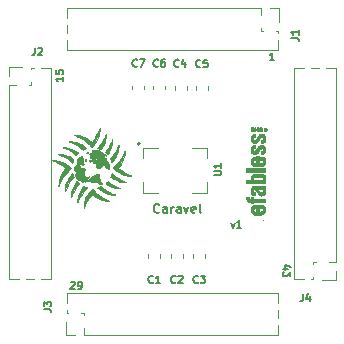
<source format=gbr>
G04 #@! TF.GenerationSoftware,KiCad,Pcbnew,(5.1.10-1-10_14)*
G04 #@! TF.CreationDate,2021-10-21T20:46:12-07:00*
G04 #@! TF.ProjectId,Caravel_breakout,43617261-7665-46c5-9f62-7265616b6f75,rev?*
G04 #@! TF.SameCoordinates,Original*
G04 #@! TF.FileFunction,Legend,Top*
G04 #@! TF.FilePolarity,Positive*
%FSLAX46Y46*%
G04 Gerber Fmt 4.6, Leading zero omitted, Abs format (unit mm)*
G04 Created by KiCad (PCBNEW (5.1.10-1-10_14)) date 2021-10-21 20:46:12*
%MOMM*%
%LPD*%
G01*
G04 APERTURE LIST*
%ADD10C,0.152400*%
%ADD11C,0.127000*%
%ADD12C,0.010000*%
%ADD13C,0.120000*%
%ADD14C,0.200000*%
G04 APERTURE END LIST*
D10*
X134536542Y-96863262D02*
X134500257Y-96899548D01*
X134391400Y-96935834D01*
X134318828Y-96935834D01*
X134209971Y-96899548D01*
X134137400Y-96826977D01*
X134101114Y-96754405D01*
X134064828Y-96609262D01*
X134064828Y-96500405D01*
X134101114Y-96355262D01*
X134137400Y-96282691D01*
X134209971Y-96210120D01*
X134318828Y-96173834D01*
X134391400Y-96173834D01*
X134500257Y-96210120D01*
X134536542Y-96246405D01*
X135189685Y-96935834D02*
X135189685Y-96536691D01*
X135153400Y-96464120D01*
X135080828Y-96427834D01*
X134935685Y-96427834D01*
X134863114Y-96464120D01*
X135189685Y-96899548D02*
X135117114Y-96935834D01*
X134935685Y-96935834D01*
X134863114Y-96899548D01*
X134826828Y-96826977D01*
X134826828Y-96754405D01*
X134863114Y-96681834D01*
X134935685Y-96645548D01*
X135117114Y-96645548D01*
X135189685Y-96609262D01*
X135552542Y-96935834D02*
X135552542Y-96427834D01*
X135552542Y-96572977D02*
X135588828Y-96500405D01*
X135625114Y-96464120D01*
X135697685Y-96427834D01*
X135770257Y-96427834D01*
X136350828Y-96935834D02*
X136350828Y-96536691D01*
X136314542Y-96464120D01*
X136241971Y-96427834D01*
X136096828Y-96427834D01*
X136024257Y-96464120D01*
X136350828Y-96899548D02*
X136278257Y-96935834D01*
X136096828Y-96935834D01*
X136024257Y-96899548D01*
X135987971Y-96826977D01*
X135987971Y-96754405D01*
X136024257Y-96681834D01*
X136096828Y-96645548D01*
X136278257Y-96645548D01*
X136350828Y-96609262D01*
X136641114Y-96427834D02*
X136822542Y-96935834D01*
X137003971Y-96427834D01*
X137584542Y-96899548D02*
X137511971Y-96935834D01*
X137366828Y-96935834D01*
X137294257Y-96899548D01*
X137257971Y-96826977D01*
X137257971Y-96536691D01*
X137294257Y-96464120D01*
X137366828Y-96427834D01*
X137511971Y-96427834D01*
X137584542Y-96464120D01*
X137620828Y-96536691D01*
X137620828Y-96609262D01*
X137257971Y-96681834D01*
X138056257Y-96935834D02*
X137983685Y-96899548D01*
X137947400Y-96826977D01*
X137947400Y-96173834D01*
D11*
X140618028Y-97788548D02*
X140769219Y-98211881D01*
X140920409Y-97788548D01*
X141494933Y-98211881D02*
X141132076Y-98211881D01*
X141313504Y-98211881D02*
X141313504Y-97576881D01*
X141253028Y-97667596D01*
X141192552Y-97728072D01*
X141132076Y-97758310D01*
X144247688Y-84048841D02*
X143884831Y-84048841D01*
X144066260Y-84048841D02*
X144066260Y-83413841D01*
X144005783Y-83504556D01*
X143945307Y-83565032D01*
X143884831Y-83595270D01*
X126398261Y-85464952D02*
X126398261Y-85827809D01*
X126398261Y-85646380D02*
X125763261Y-85646380D01*
X125853976Y-85706857D01*
X125914452Y-85767333D01*
X125944690Y-85827809D01*
X125763261Y-84890428D02*
X125763261Y-85192809D01*
X126065642Y-85223047D01*
X126035404Y-85192809D01*
X126005166Y-85132333D01*
X126005166Y-84981142D01*
X126035404Y-84920666D01*
X126065642Y-84890428D01*
X126126119Y-84860190D01*
X126277309Y-84860190D01*
X126337785Y-84890428D01*
X126368023Y-84920666D01*
X126398261Y-84981142D01*
X126398261Y-85132333D01*
X126368023Y-85192809D01*
X126337785Y-85223047D01*
X127024190Y-102836738D02*
X127054428Y-102806500D01*
X127114904Y-102776261D01*
X127266095Y-102776261D01*
X127326571Y-102806500D01*
X127356809Y-102836738D01*
X127387047Y-102897214D01*
X127387047Y-102957690D01*
X127356809Y-103048404D01*
X126993952Y-103411261D01*
X127387047Y-103411261D01*
X127689428Y-103411261D02*
X127810380Y-103411261D01*
X127870857Y-103381023D01*
X127901095Y-103350785D01*
X127961571Y-103260071D01*
X127991809Y-103139119D01*
X127991809Y-102897214D01*
X127961571Y-102836738D01*
X127931333Y-102806500D01*
X127870857Y-102776261D01*
X127749904Y-102776261D01*
X127689428Y-102806500D01*
X127659190Y-102836738D01*
X127628952Y-102897214D01*
X127628952Y-103048404D01*
X127659190Y-103108880D01*
X127689428Y-103139119D01*
X127749904Y-103169357D01*
X127870857Y-103169357D01*
X127931333Y-103139119D01*
X127961571Y-103108880D01*
X127991809Y-103048404D01*
X145424071Y-101672571D02*
X145000738Y-101672571D01*
X145665976Y-101521380D02*
X145212404Y-101370190D01*
X145212404Y-101763285D01*
X145635738Y-101944714D02*
X145635738Y-102337809D01*
X145393833Y-102126142D01*
X145393833Y-102216857D01*
X145363595Y-102277333D01*
X145333357Y-102307571D01*
X145272880Y-102337809D01*
X145121690Y-102337809D01*
X145061214Y-102307571D01*
X145030976Y-102277333D01*
X145000738Y-102216857D01*
X145000738Y-102035428D01*
X145030976Y-101974952D01*
X145061214Y-101944714D01*
D12*
G36*
X143386348Y-89799543D02*
G01*
X143427377Y-89757474D01*
X143485097Y-89736005D01*
X143503739Y-89734814D01*
X143561675Y-89749436D01*
X143605469Y-89787417D01*
X143631515Y-89839931D01*
X143636208Y-89898150D01*
X143615940Y-89953247D01*
X143600593Y-89971880D01*
X143550670Y-90000213D01*
X143489550Y-90005912D01*
X143430901Y-89989341D01*
X143400345Y-89966555D01*
X143369138Y-89912364D01*
X143365703Y-89853933D01*
X143386348Y-89799543D01*
G37*
X143386348Y-89799543D02*
X143427377Y-89757474D01*
X143485097Y-89736005D01*
X143503739Y-89734814D01*
X143561675Y-89749436D01*
X143605469Y-89787417D01*
X143631515Y-89839931D01*
X143636208Y-89898150D01*
X143615940Y-89953247D01*
X143600593Y-89971880D01*
X143550670Y-90000213D01*
X143489550Y-90005912D01*
X143430901Y-89989341D01*
X143400345Y-89966555D01*
X143369138Y-89912364D01*
X143365703Y-89853933D01*
X143386348Y-89799543D01*
G36*
X142290323Y-96577987D02*
G01*
X142322189Y-96474523D01*
X142375803Y-96396249D01*
X142451579Y-96342443D01*
X142499753Y-96323933D01*
X142547364Y-96313980D01*
X142618187Y-96304412D01*
X142701575Y-96296493D01*
X142765240Y-96292431D01*
X142957127Y-96282981D01*
X142957127Y-96850289D01*
X143099294Y-96844318D01*
X143189536Y-96837069D01*
X143251103Y-96822048D01*
X143288892Y-96795959D01*
X143307798Y-96755506D01*
X143312727Y-96700646D01*
X143304883Y-96643728D01*
X143277935Y-96604979D01*
X143226757Y-96579746D01*
X143164560Y-96566105D01*
X143092594Y-96554618D01*
X143092594Y-96304947D01*
X143181494Y-96305319D01*
X143291219Y-96320012D01*
X143382174Y-96361425D01*
X143452689Y-96427047D01*
X143501095Y-96514368D01*
X143525724Y-96620875D01*
X143524907Y-96744059D01*
X143515175Y-96807420D01*
X143481548Y-96913700D01*
X143426026Y-96995692D01*
X143345647Y-97057183D01*
X143304029Y-97077693D01*
X143258352Y-97089827D01*
X143186131Y-97100052D01*
X143094647Y-97108127D01*
X142991182Y-97113815D01*
X142883017Y-97116877D01*
X142777434Y-97117075D01*
X142681714Y-97114170D01*
X142663077Y-97112689D01*
X142663077Y-96846814D01*
X142753927Y-96846814D01*
X142753927Y-96558947D01*
X142663077Y-96558947D01*
X142579289Y-96567810D01*
X142522696Y-96595456D01*
X142491319Y-96643464D01*
X142482993Y-96702880D01*
X142494083Y-96769849D01*
X142528672Y-96815081D01*
X142588737Y-96840159D01*
X142663077Y-96846814D01*
X142663077Y-97112689D01*
X142603138Y-97107923D01*
X142564505Y-97101916D01*
X142460988Y-97065270D01*
X142379836Y-97003712D01*
X142322014Y-96918578D01*
X142288484Y-96811205D01*
X142279794Y-96707362D01*
X142290323Y-96577987D01*
G37*
X142290323Y-96577987D02*
X142322189Y-96474523D01*
X142375803Y-96396249D01*
X142451579Y-96342443D01*
X142499753Y-96323933D01*
X142547364Y-96313980D01*
X142618187Y-96304412D01*
X142701575Y-96296493D01*
X142765240Y-96292431D01*
X142957127Y-96282981D01*
X142957127Y-96850289D01*
X143099294Y-96844318D01*
X143189536Y-96837069D01*
X143251103Y-96822048D01*
X143288892Y-96795959D01*
X143307798Y-96755506D01*
X143312727Y-96700646D01*
X143304883Y-96643728D01*
X143277935Y-96604979D01*
X143226757Y-96579746D01*
X143164560Y-96566105D01*
X143092594Y-96554618D01*
X143092594Y-96304947D01*
X143181494Y-96305319D01*
X143291219Y-96320012D01*
X143382174Y-96361425D01*
X143452689Y-96427047D01*
X143501095Y-96514368D01*
X143525724Y-96620875D01*
X143524907Y-96744059D01*
X143515175Y-96807420D01*
X143481548Y-96913700D01*
X143426026Y-96995692D01*
X143345647Y-97057183D01*
X143304029Y-97077693D01*
X143258352Y-97089827D01*
X143186131Y-97100052D01*
X143094647Y-97108127D01*
X142991182Y-97113815D01*
X142883017Y-97116877D01*
X142777434Y-97117075D01*
X142681714Y-97114170D01*
X142663077Y-97112689D01*
X142663077Y-96846814D01*
X142753927Y-96846814D01*
X142753927Y-96558947D01*
X142663077Y-96558947D01*
X142579289Y-96567810D01*
X142522696Y-96595456D01*
X142491319Y-96643464D01*
X142482993Y-96702880D01*
X142494083Y-96769849D01*
X142528672Y-96815081D01*
X142588737Y-96840159D01*
X142663077Y-96846814D01*
X142663077Y-97112689D01*
X142603138Y-97107923D01*
X142564505Y-97101916D01*
X142460988Y-97065270D01*
X142379836Y-97003712D01*
X142322014Y-96918578D01*
X142288484Y-96811205D01*
X142279794Y-96707362D01*
X142290323Y-96577987D01*
G36*
X142289129Y-94985371D02*
G01*
X142292758Y-94926571D01*
X142300680Y-94883212D01*
X142314429Y-94846091D01*
X142330594Y-94814813D01*
X142351053Y-94779666D01*
X142371798Y-94751321D01*
X142396559Y-94729004D01*
X142429068Y-94711936D01*
X142473054Y-94699340D01*
X142532249Y-94690441D01*
X142610383Y-94684460D01*
X142711188Y-94680621D01*
X142838394Y-94678147D01*
X142995731Y-94676260D01*
X142995891Y-94676258D01*
X143500323Y-94670880D01*
X143495425Y-94789413D01*
X143490527Y-94907947D01*
X143435493Y-94913253D01*
X143394095Y-94919864D01*
X143383980Y-94932048D01*
X143404042Y-94954939D01*
X143423132Y-94970505D01*
X143477009Y-95030019D01*
X143507226Y-95107451D01*
X143515864Y-95199206D01*
X143507706Y-95287229D01*
X143482805Y-95351527D01*
X143440154Y-95406035D01*
X143385388Y-95443270D01*
X143309551Y-95468535D01*
X143271947Y-95476359D01*
X143198395Y-95481484D01*
X143198395Y-95216392D01*
X143249681Y-95206001D01*
X143299286Y-95170965D01*
X143323621Y-95118162D01*
X143320185Y-95054896D01*
X143310530Y-95028421D01*
X143280171Y-94990420D01*
X143247030Y-94969635D01*
X143209120Y-94960242D01*
X143152669Y-94952019D01*
X143085771Y-94945434D01*
X143016522Y-94940951D01*
X142953018Y-94939037D01*
X142903354Y-94940158D01*
X142875626Y-94944781D01*
X142872460Y-94948061D01*
X142881740Y-94971321D01*
X142905671Y-95012767D01*
X142938394Y-95063635D01*
X142974047Y-95115164D01*
X143006769Y-95158591D01*
X143030700Y-95185152D01*
X143031485Y-95185818D01*
X143073734Y-95205264D01*
X143134283Y-95215910D01*
X143198395Y-95216392D01*
X143198395Y-95481484D01*
X143159363Y-95484205D01*
X143053364Y-95467122D01*
X142962844Y-95426800D01*
X142944908Y-95414233D01*
X142907069Y-95375059D01*
X142864544Y-95310576D01*
X142815269Y-95217551D01*
X142802107Y-95190404D01*
X142754327Y-95093465D01*
X142715739Y-95023760D01*
X142682904Y-94977097D01*
X142652386Y-94949285D01*
X142620748Y-94936133D01*
X142591318Y-94933347D01*
X142535242Y-94943205D01*
X142500625Y-94975065D01*
X142484752Y-95032349D01*
X142482993Y-95070023D01*
X142493708Y-95145882D01*
X142525459Y-95195925D01*
X142577662Y-95219407D01*
X142601527Y-95221213D01*
X142652327Y-95221213D01*
X142652327Y-95475213D01*
X142588181Y-95475213D01*
X142498301Y-95459381D01*
X142415061Y-95415912D01*
X142348673Y-95350846D01*
X142330594Y-95322813D01*
X142311099Y-95284074D01*
X142298654Y-95246433D01*
X142291725Y-95200689D01*
X142288780Y-95137640D01*
X142288260Y-95068813D01*
X142289129Y-94985371D01*
G37*
X142289129Y-94985371D02*
X142292758Y-94926571D01*
X142300680Y-94883212D01*
X142314429Y-94846091D01*
X142330594Y-94814813D01*
X142351053Y-94779666D01*
X142371798Y-94751321D01*
X142396559Y-94729004D01*
X142429068Y-94711936D01*
X142473054Y-94699340D01*
X142532249Y-94690441D01*
X142610383Y-94684460D01*
X142711188Y-94680621D01*
X142838394Y-94678147D01*
X142995731Y-94676260D01*
X142995891Y-94676258D01*
X143500323Y-94670880D01*
X143495425Y-94789413D01*
X143490527Y-94907947D01*
X143435493Y-94913253D01*
X143394095Y-94919864D01*
X143383980Y-94932048D01*
X143404042Y-94954939D01*
X143423132Y-94970505D01*
X143477009Y-95030019D01*
X143507226Y-95107451D01*
X143515864Y-95199206D01*
X143507706Y-95287229D01*
X143482805Y-95351527D01*
X143440154Y-95406035D01*
X143385388Y-95443270D01*
X143309551Y-95468535D01*
X143271947Y-95476359D01*
X143198395Y-95481484D01*
X143198395Y-95216392D01*
X143249681Y-95206001D01*
X143299286Y-95170965D01*
X143323621Y-95118162D01*
X143320185Y-95054896D01*
X143310530Y-95028421D01*
X143280171Y-94990420D01*
X143247030Y-94969635D01*
X143209120Y-94960242D01*
X143152669Y-94952019D01*
X143085771Y-94945434D01*
X143016522Y-94940951D01*
X142953018Y-94939037D01*
X142903354Y-94940158D01*
X142875626Y-94944781D01*
X142872460Y-94948061D01*
X142881740Y-94971321D01*
X142905671Y-95012767D01*
X142938394Y-95063635D01*
X142974047Y-95115164D01*
X143006769Y-95158591D01*
X143030700Y-95185152D01*
X143031485Y-95185818D01*
X143073734Y-95205264D01*
X143134283Y-95215910D01*
X143198395Y-95216392D01*
X143198395Y-95481484D01*
X143159363Y-95484205D01*
X143053364Y-95467122D01*
X142962844Y-95426800D01*
X142944908Y-95414233D01*
X142907069Y-95375059D01*
X142864544Y-95310576D01*
X142815269Y-95217551D01*
X142802107Y-95190404D01*
X142754327Y-95093465D01*
X142715739Y-95023760D01*
X142682904Y-94977097D01*
X142652386Y-94949285D01*
X142620748Y-94936133D01*
X142591318Y-94933347D01*
X142535242Y-94943205D01*
X142500625Y-94975065D01*
X142484752Y-95032349D01*
X142482993Y-95070023D01*
X142493708Y-95145882D01*
X142525459Y-95195925D01*
X142577662Y-95219407D01*
X142601527Y-95221213D01*
X142652327Y-95221213D01*
X142652327Y-95475213D01*
X142588181Y-95475213D01*
X142498301Y-95459381D01*
X142415061Y-95415912D01*
X142348673Y-95350846D01*
X142330594Y-95322813D01*
X142311099Y-95284074D01*
X142298654Y-95246433D01*
X142291725Y-95200689D01*
X142288780Y-95137640D01*
X142288260Y-95068813D01*
X142289129Y-94985371D01*
G36*
X142161286Y-94191665D02*
G01*
X142249666Y-94192836D01*
X142324671Y-94192690D01*
X142380453Y-94191329D01*
X142411161Y-94188857D01*
X142415286Y-94187231D01*
X142403019Y-94171913D01*
X142372846Y-94146450D01*
X142365976Y-94141278D01*
X142316794Y-94084923D01*
X142288242Y-94007807D01*
X142283128Y-93917967D01*
X142284177Y-93907117D01*
X142304375Y-93824113D01*
X142347030Y-93761494D01*
X142417651Y-93711254D01*
X142419741Y-93710131D01*
X142443762Y-93698064D01*
X142468024Y-93688835D01*
X142497263Y-93682065D01*
X142536219Y-93677375D01*
X142589628Y-93674384D01*
X142662228Y-93672714D01*
X142758758Y-93671984D01*
X142883955Y-93671814D01*
X142897860Y-93671814D01*
X143026210Y-93671957D01*
X143125421Y-93672635D01*
X143200219Y-93674221D01*
X143255332Y-93677088D01*
X143295488Y-93681609D01*
X143325412Y-93688157D01*
X143349833Y-93697106D01*
X143373477Y-93708828D01*
X143374626Y-93709441D01*
X143447522Y-93757167D01*
X143491642Y-93810518D01*
X143511997Y-93877460D01*
X143514853Y-93932330D01*
X143511754Y-93992061D01*
X143504969Y-94042358D01*
X143499521Y-94062661D01*
X143477398Y-94096465D01*
X143441013Y-94134871D01*
X143432861Y-94142001D01*
X143399907Y-94171872D01*
X143381714Y-94192522D01*
X143380460Y-94195654D01*
X143395365Y-94201976D01*
X143432008Y-94205132D01*
X143439727Y-94205214D01*
X143498993Y-94205214D01*
X143498993Y-94459213D01*
X142799555Y-94459213D01*
X142799555Y-94186203D01*
X142932916Y-94185111D01*
X142935143Y-94185074D01*
X143247997Y-94179814D01*
X143288829Y-94132303D01*
X143320992Y-94086426D01*
X143328329Y-94046345D01*
X143319141Y-94011239D01*
X143304438Y-93985591D01*
X143279797Y-93965999D01*
X143241128Y-93951715D01*
X143184340Y-93941995D01*
X143105341Y-93936092D01*
X143000040Y-93933260D01*
X142888480Y-93932708D01*
X142770341Y-93933796D01*
X142671547Y-93936675D01*
X142596122Y-93941137D01*
X142548094Y-93946974D01*
X142534059Y-93951071D01*
X142500538Y-93986645D01*
X142485505Y-94041331D01*
X142490227Y-94096263D01*
X142502739Y-94126610D01*
X142525698Y-94149782D01*
X142562980Y-94166554D01*
X142618465Y-94177698D01*
X142696030Y-94183990D01*
X142799555Y-94186203D01*
X142799555Y-94459213D01*
X141907260Y-94459213D01*
X141907260Y-94186583D01*
X142161286Y-94191665D01*
G37*
X142161286Y-94191665D02*
X142249666Y-94192836D01*
X142324671Y-94192690D01*
X142380453Y-94191329D01*
X142411161Y-94188857D01*
X142415286Y-94187231D01*
X142403019Y-94171913D01*
X142372846Y-94146450D01*
X142365976Y-94141278D01*
X142316794Y-94084923D01*
X142288242Y-94007807D01*
X142283128Y-93917967D01*
X142284177Y-93907117D01*
X142304375Y-93824113D01*
X142347030Y-93761494D01*
X142417651Y-93711254D01*
X142419741Y-93710131D01*
X142443762Y-93698064D01*
X142468024Y-93688835D01*
X142497263Y-93682065D01*
X142536219Y-93677375D01*
X142589628Y-93674384D01*
X142662228Y-93672714D01*
X142758758Y-93671984D01*
X142883955Y-93671814D01*
X142897860Y-93671814D01*
X143026210Y-93671957D01*
X143125421Y-93672635D01*
X143200219Y-93674221D01*
X143255332Y-93677088D01*
X143295488Y-93681609D01*
X143325412Y-93688157D01*
X143349833Y-93697106D01*
X143373477Y-93708828D01*
X143374626Y-93709441D01*
X143447522Y-93757167D01*
X143491642Y-93810518D01*
X143511997Y-93877460D01*
X143514853Y-93932330D01*
X143511754Y-93992061D01*
X143504969Y-94042358D01*
X143499521Y-94062661D01*
X143477398Y-94096465D01*
X143441013Y-94134871D01*
X143432861Y-94142001D01*
X143399907Y-94171872D01*
X143381714Y-94192522D01*
X143380460Y-94195654D01*
X143395365Y-94201976D01*
X143432008Y-94205132D01*
X143439727Y-94205214D01*
X143498993Y-94205214D01*
X143498993Y-94459213D01*
X142799555Y-94459213D01*
X142799555Y-94186203D01*
X142932916Y-94185111D01*
X142935143Y-94185074D01*
X143247997Y-94179814D01*
X143288829Y-94132303D01*
X143320992Y-94086426D01*
X143328329Y-94046345D01*
X143319141Y-94011239D01*
X143304438Y-93985591D01*
X143279797Y-93965999D01*
X143241128Y-93951715D01*
X143184340Y-93941995D01*
X143105341Y-93936092D01*
X143000040Y-93933260D01*
X142888480Y-93932708D01*
X142770341Y-93933796D01*
X142671547Y-93936675D01*
X142596122Y-93941137D01*
X142548094Y-93946974D01*
X142534059Y-93951071D01*
X142500538Y-93986645D01*
X142485505Y-94041331D01*
X142490227Y-94096263D01*
X142502739Y-94126610D01*
X142525698Y-94149782D01*
X142562980Y-94166554D01*
X142618465Y-94177698D01*
X142696030Y-94183990D01*
X142799555Y-94186203D01*
X142799555Y-94459213D01*
X141907260Y-94459213D01*
X141907260Y-94186583D01*
X142161286Y-94191665D01*
G36*
X142284842Y-92535020D02*
G01*
X142298132Y-92435817D01*
X142323528Y-92360680D01*
X142364758Y-92300857D01*
X142398244Y-92269015D01*
X142441214Y-92238563D01*
X142491423Y-92215991D01*
X142555312Y-92199723D01*
X142639319Y-92188182D01*
X142749884Y-92179793D01*
X142766627Y-92178847D01*
X142957127Y-92168402D01*
X142957127Y-92735489D01*
X143102527Y-92729517D01*
X143174314Y-92725744D01*
X143221010Y-92719910D01*
X143251386Y-92709498D01*
X143274214Y-92691989D01*
X143288793Y-92676036D01*
X143322052Y-92617175D01*
X143324521Y-92559558D01*
X143299013Y-92508676D01*
X143248336Y-92470019D01*
X143175302Y-92449079D01*
X143172468Y-92448745D01*
X143092594Y-92439742D01*
X143092594Y-92185510D01*
X143203177Y-92194387D01*
X143312677Y-92214481D01*
X143397316Y-92256026D01*
X143458202Y-92320364D01*
X143496444Y-92408839D01*
X143513150Y-92522793D01*
X143514099Y-92571147D01*
X143511863Y-92641990D01*
X143506946Y-92705032D01*
X143500341Y-92748209D01*
X143499190Y-92752480D01*
X143455739Y-92839064D01*
X143383049Y-92909977D01*
X143314260Y-92950009D01*
X143280362Y-92965283D01*
X143249447Y-92976575D01*
X143215751Y-92984486D01*
X143173508Y-92989619D01*
X143116953Y-92992577D01*
X143040321Y-92993961D01*
X142937847Y-92994374D01*
X142889394Y-92994403D01*
X142775143Y-92994249D01*
X142689124Y-92993346D01*
X142668147Y-92992610D01*
X142668147Y-92732013D01*
X142753927Y-92732013D01*
X142753927Y-92444147D01*
X142652327Y-92444147D01*
X142572904Y-92450814D01*
X142520980Y-92473069D01*
X142492468Y-92514290D01*
X142483277Y-92577857D01*
X142483253Y-92583847D01*
X142486173Y-92633033D01*
X142493153Y-92668422D01*
X142495953Y-92674445D01*
X142537634Y-92708098D01*
X142605606Y-92727651D01*
X142668147Y-92732013D01*
X142668147Y-92992610D01*
X142625705Y-92991119D01*
X142579250Y-92986993D01*
X142544127Y-92980396D01*
X142514702Y-92970754D01*
X142485340Y-92957492D01*
X142474551Y-92952147D01*
X142388623Y-92892745D01*
X142328266Y-92812788D01*
X142293044Y-92711314D01*
X142282519Y-92587364D01*
X142284842Y-92535020D01*
G37*
X142284842Y-92535020D02*
X142298132Y-92435817D01*
X142323528Y-92360680D01*
X142364758Y-92300857D01*
X142398244Y-92269015D01*
X142441214Y-92238563D01*
X142491423Y-92215991D01*
X142555312Y-92199723D01*
X142639319Y-92188182D01*
X142749884Y-92179793D01*
X142766627Y-92178847D01*
X142957127Y-92168402D01*
X142957127Y-92735489D01*
X143102527Y-92729517D01*
X143174314Y-92725744D01*
X143221010Y-92719910D01*
X143251386Y-92709498D01*
X143274214Y-92691989D01*
X143288793Y-92676036D01*
X143322052Y-92617175D01*
X143324521Y-92559558D01*
X143299013Y-92508676D01*
X143248336Y-92470019D01*
X143175302Y-92449079D01*
X143172468Y-92448745D01*
X143092594Y-92439742D01*
X143092594Y-92185510D01*
X143203177Y-92194387D01*
X143312677Y-92214481D01*
X143397316Y-92256026D01*
X143458202Y-92320364D01*
X143496444Y-92408839D01*
X143513150Y-92522793D01*
X143514099Y-92571147D01*
X143511863Y-92641990D01*
X143506946Y-92705032D01*
X143500341Y-92748209D01*
X143499190Y-92752480D01*
X143455739Y-92839064D01*
X143383049Y-92909977D01*
X143314260Y-92950009D01*
X143280362Y-92965283D01*
X143249447Y-92976575D01*
X143215751Y-92984486D01*
X143173508Y-92989619D01*
X143116953Y-92992577D01*
X143040321Y-92993961D01*
X142937847Y-92994374D01*
X142889394Y-92994403D01*
X142775143Y-92994249D01*
X142689124Y-92993346D01*
X142668147Y-92992610D01*
X142668147Y-92732013D01*
X142753927Y-92732013D01*
X142753927Y-92444147D01*
X142652327Y-92444147D01*
X142572904Y-92450814D01*
X142520980Y-92473069D01*
X142492468Y-92514290D01*
X142483277Y-92577857D01*
X142483253Y-92583847D01*
X142486173Y-92633033D01*
X142493153Y-92668422D01*
X142495953Y-92674445D01*
X142537634Y-92708098D01*
X142605606Y-92727651D01*
X142668147Y-92732013D01*
X142668147Y-92992610D01*
X142625705Y-92991119D01*
X142579250Y-92986993D01*
X142544127Y-92980396D01*
X142514702Y-92970754D01*
X142485340Y-92957492D01*
X142474551Y-92952147D01*
X142388623Y-92892745D01*
X142328266Y-92812788D01*
X142293044Y-92711314D01*
X142282519Y-92587364D01*
X142284842Y-92535020D01*
G36*
X142290091Y-91504046D02*
G01*
X142297099Y-91435731D01*
X142311560Y-91383915D01*
X142335747Y-91339974D01*
X142366299Y-91301640D01*
X142424340Y-91254764D01*
X142502083Y-91217197D01*
X142585536Y-91194805D01*
X142630000Y-91191080D01*
X142649485Y-91192917D01*
X142661155Y-91203023D01*
X142667006Y-91228296D01*
X142669039Y-91275630D01*
X142669260Y-91326547D01*
X142669260Y-91462013D01*
X142609993Y-91462013D01*
X142545645Y-91475562D01*
X142502798Y-91514598D01*
X142483763Y-91576708D01*
X142482994Y-91594856D01*
X142495581Y-91658460D01*
X142528612Y-91699693D01*
X142574991Y-91715755D01*
X142627620Y-91703850D01*
X142672158Y-91669447D01*
X142700321Y-91635286D01*
X142740683Y-91581649D01*
X142786752Y-91517301D01*
X142813242Y-91478947D01*
X142871780Y-91394341D01*
X142917139Y-91333050D01*
X142954177Y-91289725D01*
X142987751Y-91259015D01*
X143022718Y-91235572D01*
X143045352Y-91223299D01*
X143127844Y-91197482D01*
X143220290Y-91194697D01*
X143312037Y-91213152D01*
X143392427Y-91251055D01*
X143437104Y-91289168D01*
X143473422Y-91350118D01*
X143499371Y-91433742D01*
X143514034Y-91530190D01*
X143516495Y-91629615D01*
X143505837Y-91722169D01*
X143483922Y-91792213D01*
X143426033Y-91879505D01*
X143346408Y-91943034D01*
X143250352Y-91979424D01*
X143177804Y-91986947D01*
X143109527Y-91986947D01*
X143109527Y-91716013D01*
X143185727Y-91716013D01*
X143257500Y-91704469D01*
X143305952Y-91671282D01*
X143328399Y-91618623D01*
X143329660Y-91599764D01*
X143317294Y-91545260D01*
X143285821Y-91497734D01*
X143243679Y-91467526D01*
X143217251Y-91462013D01*
X143179188Y-91466089D01*
X143144913Y-91481279D01*
X143109428Y-91512033D01*
X143067737Y-91562799D01*
X143014843Y-91638025D01*
X143007809Y-91648456D01*
X142926347Y-91762807D01*
X142853316Y-91848968D01*
X142784475Y-91910156D01*
X142715586Y-91949589D01*
X142642413Y-91970484D01*
X142576321Y-91976041D01*
X142479509Y-91963642D01*
X142402059Y-91923679D01*
X142344325Y-91856613D01*
X142306659Y-91762908D01*
X142289411Y-91643026D01*
X142288260Y-91597480D01*
X142290091Y-91504046D01*
G37*
X142290091Y-91504046D02*
X142297099Y-91435731D01*
X142311560Y-91383915D01*
X142335747Y-91339974D01*
X142366299Y-91301640D01*
X142424340Y-91254764D01*
X142502083Y-91217197D01*
X142585536Y-91194805D01*
X142630000Y-91191080D01*
X142649485Y-91192917D01*
X142661155Y-91203023D01*
X142667006Y-91228296D01*
X142669039Y-91275630D01*
X142669260Y-91326547D01*
X142669260Y-91462013D01*
X142609993Y-91462013D01*
X142545645Y-91475562D01*
X142502798Y-91514598D01*
X142483763Y-91576708D01*
X142482994Y-91594856D01*
X142495581Y-91658460D01*
X142528612Y-91699693D01*
X142574991Y-91715755D01*
X142627620Y-91703850D01*
X142672158Y-91669447D01*
X142700321Y-91635286D01*
X142740683Y-91581649D01*
X142786752Y-91517301D01*
X142813242Y-91478947D01*
X142871780Y-91394341D01*
X142917139Y-91333050D01*
X142954177Y-91289725D01*
X142987751Y-91259015D01*
X143022718Y-91235572D01*
X143045352Y-91223299D01*
X143127844Y-91197482D01*
X143220290Y-91194697D01*
X143312037Y-91213152D01*
X143392427Y-91251055D01*
X143437104Y-91289168D01*
X143473422Y-91350118D01*
X143499371Y-91433742D01*
X143514034Y-91530190D01*
X143516495Y-91629615D01*
X143505837Y-91722169D01*
X143483922Y-91792213D01*
X143426033Y-91879505D01*
X143346408Y-91943034D01*
X143250352Y-91979424D01*
X143177804Y-91986947D01*
X143109527Y-91986947D01*
X143109527Y-91716013D01*
X143185727Y-91716013D01*
X143257500Y-91704469D01*
X143305952Y-91671282D01*
X143328399Y-91618623D01*
X143329660Y-91599764D01*
X143317294Y-91545260D01*
X143285821Y-91497734D01*
X143243679Y-91467526D01*
X143217251Y-91462013D01*
X143179188Y-91466089D01*
X143144913Y-91481279D01*
X143109428Y-91512033D01*
X143067737Y-91562799D01*
X143014843Y-91638025D01*
X143007809Y-91648456D01*
X142926347Y-91762807D01*
X142853316Y-91848968D01*
X142784475Y-91910156D01*
X142715586Y-91949589D01*
X142642413Y-91970484D01*
X142576321Y-91976041D01*
X142479509Y-91963642D01*
X142402059Y-91923679D01*
X142344325Y-91856613D01*
X142306659Y-91762908D01*
X142289411Y-91643026D01*
X142288260Y-91597480D01*
X142290091Y-91504046D01*
G36*
X142289458Y-90569058D02*
G01*
X142294084Y-90512544D01*
X142304050Y-90469492D01*
X142321170Y-90429719D01*
X142330594Y-90412147D01*
X142389619Y-90339061D01*
X142469845Y-90287308D01*
X142562924Y-90261667D01*
X142596648Y-90259747D01*
X142669260Y-90259747D01*
X142669260Y-90509316D01*
X142607893Y-90519274D01*
X142538985Y-90541439D01*
X142497923Y-90581993D01*
X142483096Y-90642611D01*
X142482994Y-90649214D01*
X142495732Y-90711794D01*
X142531502Y-90752677D01*
X142586641Y-90767737D01*
X142588284Y-90767747D01*
X142619630Y-90763450D01*
X142650080Y-90747842D01*
X142683742Y-90716851D01*
X142724724Y-90666401D01*
X142777135Y-90592418D01*
X142801711Y-90556080D01*
X142882092Y-90442801D01*
X142953663Y-90358172D01*
X143020614Y-90299570D01*
X143087132Y-90264373D01*
X143157407Y-90249956D01*
X143235627Y-90253698D01*
X143273776Y-90260449D01*
X143366878Y-90295308D01*
X143439689Y-90355181D01*
X143488174Y-90436478D01*
X143495408Y-90457657D01*
X143507087Y-90519301D01*
X143513082Y-90598984D01*
X143513400Y-90684238D01*
X143508046Y-90762599D01*
X143497025Y-90821599D01*
X143495242Y-90827014D01*
X143446579Y-90917225D01*
X143374831Y-90984518D01*
X143284265Y-91025945D01*
X143188847Y-91038680D01*
X143109527Y-91038680D01*
X143109527Y-90789085D01*
X143189292Y-90780094D01*
X143259114Y-90761223D01*
X143307419Y-90725219D01*
X143329007Y-90676333D01*
X143329660Y-90665373D01*
X143318086Y-90604302D01*
X143287874Y-90554624D01*
X143254397Y-90531037D01*
X143208184Y-90521554D01*
X143164209Y-90532056D01*
X143118332Y-90565400D01*
X143066413Y-90624445D01*
X143014725Y-90696556D01*
X142945403Y-90795901D01*
X142887871Y-90870506D01*
X142837440Y-90925219D01*
X142789422Y-90964887D01*
X142739128Y-90994358D01*
X142716719Y-91004636D01*
X142639815Y-91030356D01*
X142567733Y-91035951D01*
X142546266Y-91034425D01*
X142463026Y-91015347D01*
X142396973Y-90973009D01*
X142341200Y-90902615D01*
X142330690Y-90884780D01*
X142310201Y-90844206D01*
X142297556Y-90804239D01*
X142290941Y-90754790D01*
X142288542Y-90685767D01*
X142288356Y-90649214D01*
X142289458Y-90569058D01*
G37*
X142289458Y-90569058D02*
X142294084Y-90512544D01*
X142304050Y-90469492D01*
X142321170Y-90429719D01*
X142330594Y-90412147D01*
X142389619Y-90339061D01*
X142469845Y-90287308D01*
X142562924Y-90261667D01*
X142596648Y-90259747D01*
X142669260Y-90259747D01*
X142669260Y-90509316D01*
X142607893Y-90519274D01*
X142538985Y-90541439D01*
X142497923Y-90581993D01*
X142483096Y-90642611D01*
X142482994Y-90649214D01*
X142495732Y-90711794D01*
X142531502Y-90752677D01*
X142586641Y-90767737D01*
X142588284Y-90767747D01*
X142619630Y-90763450D01*
X142650080Y-90747842D01*
X142683742Y-90716851D01*
X142724724Y-90666401D01*
X142777135Y-90592418D01*
X142801711Y-90556080D01*
X142882092Y-90442801D01*
X142953663Y-90358172D01*
X143020614Y-90299570D01*
X143087132Y-90264373D01*
X143157407Y-90249956D01*
X143235627Y-90253698D01*
X143273776Y-90260449D01*
X143366878Y-90295308D01*
X143439689Y-90355181D01*
X143488174Y-90436478D01*
X143495408Y-90457657D01*
X143507087Y-90519301D01*
X143513082Y-90598984D01*
X143513400Y-90684238D01*
X143508046Y-90762599D01*
X143497025Y-90821599D01*
X143495242Y-90827014D01*
X143446579Y-90917225D01*
X143374831Y-90984518D01*
X143284265Y-91025945D01*
X143188847Y-91038680D01*
X143109527Y-91038680D01*
X143109527Y-90789085D01*
X143189292Y-90780094D01*
X143259114Y-90761223D01*
X143307419Y-90725219D01*
X143329007Y-90676333D01*
X143329660Y-90665373D01*
X143318086Y-90604302D01*
X143287874Y-90554624D01*
X143254397Y-90531037D01*
X143208184Y-90521554D01*
X143164209Y-90532056D01*
X143118332Y-90565400D01*
X143066413Y-90624445D01*
X143014725Y-90696556D01*
X142945403Y-90795901D01*
X142887871Y-90870506D01*
X142837440Y-90925219D01*
X142789422Y-90964887D01*
X142739128Y-90994358D01*
X142716719Y-91004636D01*
X142639815Y-91030356D01*
X142567733Y-91035951D01*
X142546266Y-91034425D01*
X142463026Y-91015347D01*
X142396973Y-90973009D01*
X142341200Y-90902615D01*
X142330690Y-90884780D01*
X142310201Y-90844206D01*
X142297556Y-90804239D01*
X142290941Y-90754790D01*
X142288542Y-90685767D01*
X142288356Y-90649214D01*
X142289458Y-90569058D01*
G36*
X142108314Y-95627614D02*
G01*
X142113621Y-95682647D01*
X142118159Y-95713674D01*
X142129837Y-95730618D01*
X142157246Y-95738508D01*
X142208978Y-95742375D01*
X142216294Y-95742759D01*
X142313660Y-95747837D01*
X142313660Y-95627614D01*
X142499927Y-95627614D01*
X142499927Y-95746147D01*
X143498993Y-95746147D01*
X143498993Y-95870325D01*
X143497553Y-95932267D01*
X143493756Y-95980258D01*
X143488386Y-96004884D01*
X143487705Y-96005791D01*
X143468504Y-96008681D01*
X143419790Y-96011297D01*
X143345915Y-96013541D01*
X143251234Y-96015316D01*
X143140098Y-96016522D01*
X143016861Y-96017061D01*
X142988171Y-96017080D01*
X142499927Y-96017080D01*
X142499927Y-96067880D01*
X142498363Y-96096922D01*
X142488114Y-96112038D01*
X142460844Y-96117775D01*
X142408218Y-96118680D01*
X142406793Y-96118680D01*
X142353539Y-96117762D01*
X142325819Y-96112128D01*
X142315303Y-96097455D01*
X142313660Y-96070365D01*
X142312372Y-96045943D01*
X142303829Y-96030841D01*
X142281010Y-96021857D01*
X142236895Y-96015789D01*
X142183626Y-96011058D01*
X142081808Y-95996107D01*
X142008271Y-95968204D01*
X141958537Y-95922985D01*
X141928126Y-95856088D01*
X141912561Y-95763148D01*
X141911152Y-95745610D01*
X141902710Y-95627614D01*
X142108314Y-95627614D01*
G37*
X142108314Y-95627614D02*
X142113621Y-95682647D01*
X142118159Y-95713674D01*
X142129837Y-95730618D01*
X142157246Y-95738508D01*
X142208978Y-95742375D01*
X142216294Y-95742759D01*
X142313660Y-95747837D01*
X142313660Y-95627614D01*
X142499927Y-95627614D01*
X142499927Y-95746147D01*
X143498993Y-95746147D01*
X143498993Y-95870325D01*
X143497553Y-95932267D01*
X143493756Y-95980258D01*
X143488386Y-96004884D01*
X143487705Y-96005791D01*
X143468504Y-96008681D01*
X143419790Y-96011297D01*
X143345915Y-96013541D01*
X143251234Y-96015316D01*
X143140098Y-96016522D01*
X143016861Y-96017061D01*
X142988171Y-96017080D01*
X142499927Y-96017080D01*
X142499927Y-96067880D01*
X142498363Y-96096922D01*
X142488114Y-96112038D01*
X142460844Y-96117775D01*
X142408218Y-96118680D01*
X142406793Y-96118680D01*
X142353539Y-96117762D01*
X142325819Y-96112128D01*
X142315303Y-96097455D01*
X142313660Y-96070365D01*
X142312372Y-96045943D01*
X142303829Y-96030841D01*
X142281010Y-96021857D01*
X142236895Y-96015789D01*
X142183626Y-96011058D01*
X142081808Y-95996107D01*
X142008271Y-95968204D01*
X141958537Y-95922985D01*
X141928126Y-95856088D01*
X141912561Y-95763148D01*
X141911152Y-95745610D01*
X141902710Y-95627614D01*
X142108314Y-95627614D01*
G36*
X141910781Y-93328913D02*
G01*
X141915727Y-93197680D01*
X143490527Y-93197680D01*
X143495472Y-93328913D01*
X143500418Y-93460147D01*
X141905836Y-93460147D01*
X141910781Y-93328913D01*
G37*
X141910781Y-93328913D02*
X141915727Y-93197680D01*
X143490527Y-93197680D01*
X143495472Y-93328913D01*
X143500418Y-93460147D01*
X141905836Y-93460147D01*
X141910781Y-93328913D01*
G36*
X143284505Y-97546725D02*
G01*
X143304601Y-97544698D01*
X143307082Y-97546725D01*
X143304758Y-97556791D01*
X143295793Y-97558013D01*
X143281855Y-97551818D01*
X143284505Y-97546725D01*
G37*
X143284505Y-97546725D02*
X143304601Y-97544698D01*
X143307082Y-97546725D01*
X143304758Y-97556791D01*
X143295793Y-97558013D01*
X143281855Y-97551818D01*
X143284505Y-97546725D01*
G36*
X143036490Y-89943837D02*
G01*
X143059258Y-89938014D01*
X143086419Y-89948727D01*
X143092594Y-89963414D01*
X143106787Y-89984082D01*
X143127234Y-89988814D01*
X143145513Y-89986040D01*
X143155340Y-89972781D01*
X143158637Y-89941627D01*
X143157323Y-89885169D01*
X143156867Y-89874514D01*
X143152261Y-89810679D01*
X143144386Y-89774784D01*
X143131677Y-89760945D01*
X143126460Y-89760214D01*
X143104733Y-89774660D01*
X143095519Y-89799303D01*
X143081507Y-89829517D01*
X143061653Y-89832556D01*
X143041856Y-89814548D01*
X143041386Y-89780444D01*
X143060148Y-89741892D01*
X143062409Y-89739047D01*
X143095064Y-89721752D01*
X143140447Y-89719444D01*
X143181082Y-89731795D01*
X143192706Y-89741487D01*
X143206169Y-89773850D01*
X143216261Y-89826718D01*
X143221541Y-89886785D01*
X143220567Y-89940743D01*
X143216732Y-89963414D01*
X143192584Y-90014130D01*
X143152689Y-90037114D01*
X143126460Y-90039614D01*
X143079352Y-90029360D01*
X143048029Y-89994535D01*
X143036487Y-89967647D01*
X143036490Y-89943837D01*
G37*
X143036490Y-89943837D02*
X143059258Y-89938014D01*
X143086419Y-89948727D01*
X143092594Y-89963414D01*
X143106787Y-89984082D01*
X143127234Y-89988814D01*
X143145513Y-89986040D01*
X143155340Y-89972781D01*
X143158637Y-89941627D01*
X143157323Y-89885169D01*
X143156867Y-89874514D01*
X143152261Y-89810679D01*
X143144386Y-89774784D01*
X143131677Y-89760945D01*
X143126460Y-89760214D01*
X143104733Y-89774660D01*
X143095519Y-89799303D01*
X143081507Y-89829517D01*
X143061653Y-89832556D01*
X143041856Y-89814548D01*
X143041386Y-89780444D01*
X143060148Y-89741892D01*
X143062409Y-89739047D01*
X143095064Y-89721752D01*
X143140447Y-89719444D01*
X143181082Y-89731795D01*
X143192706Y-89741487D01*
X143206169Y-89773850D01*
X143216261Y-89826718D01*
X143221541Y-89886785D01*
X143220567Y-89940743D01*
X143216732Y-89963414D01*
X143192584Y-90014130D01*
X143152689Y-90037114D01*
X143126460Y-90039614D01*
X143079352Y-90029360D01*
X143048029Y-89994535D01*
X143036487Y-89967647D01*
X143036490Y-89943837D01*
G36*
X142756858Y-89823722D02*
G01*
X142769419Y-89764087D01*
X142770441Y-89761316D01*
X142787750Y-89731885D01*
X142817338Y-89719701D01*
X142851721Y-89717880D01*
X142902198Y-89722396D01*
X142933755Y-89739961D01*
X142950542Y-89776605D01*
X142956706Y-89838356D01*
X142957127Y-89871042D01*
X142954746Y-89938550D01*
X142946306Y-89981267D01*
X142929863Y-90008020D01*
X142926160Y-90011589D01*
X142878229Y-90036341D01*
X142827006Y-90034873D01*
X142784938Y-90008006D01*
X142780287Y-90001979D01*
X142762864Y-89956631D01*
X142754864Y-89892558D01*
X142756858Y-89823722D01*
G37*
X142756858Y-89823722D02*
X142769419Y-89764087D01*
X142770441Y-89761316D01*
X142787750Y-89731885D01*
X142817338Y-89719701D01*
X142851721Y-89717880D01*
X142902198Y-89722396D01*
X142933755Y-89739961D01*
X142950542Y-89776605D01*
X142956706Y-89838356D01*
X142957127Y-89871042D01*
X142954746Y-89938550D01*
X142946306Y-89981267D01*
X142929863Y-90008020D01*
X142926160Y-90011589D01*
X142878229Y-90036341D01*
X142827006Y-90034873D01*
X142784938Y-90008006D01*
X142780287Y-90001979D01*
X142762864Y-89956631D01*
X142754864Y-89892558D01*
X142756858Y-89823722D01*
G36*
X142297513Y-89780719D02*
G01*
X142301105Y-89742307D01*
X142309350Y-89723768D01*
X142324095Y-89718111D01*
X142330594Y-89717880D01*
X142347467Y-89720708D01*
X142357580Y-89733735D01*
X142362635Y-89763771D01*
X142364336Y-89817630D01*
X142364460Y-89853347D01*
X142364911Y-89920533D01*
X142367704Y-89960762D01*
X142374998Y-89980945D01*
X142388953Y-89987992D01*
X142406793Y-89988814D01*
X142427789Y-89987370D01*
X142440361Y-89978433D01*
X142446668Y-89955092D01*
X142448870Y-89910438D01*
X142449127Y-89853347D01*
X142449793Y-89785933D01*
X142452970Y-89745539D01*
X142460423Y-89725325D01*
X142473918Y-89718452D01*
X142484099Y-89717880D01*
X142501630Y-89720326D01*
X142511721Y-89732300D01*
X142516022Y-89760753D01*
X142516183Y-89812639D01*
X142515240Y-89849114D01*
X142513795Y-89915002D01*
X142515548Y-89954057D01*
X142522475Y-89973291D01*
X142536552Y-89979716D01*
X142552234Y-89980347D01*
X142572821Y-89978451D01*
X142585372Y-89968098D01*
X142592329Y-89942284D01*
X142596135Y-89894009D01*
X142598006Y-89849114D01*
X142602120Y-89779720D01*
X142608861Y-89738623D01*
X142619481Y-89720280D01*
X142627639Y-89717880D01*
X142639471Y-89724168D01*
X142646959Y-89746715D01*
X142650953Y-89791051D01*
X142652300Y-89862701D01*
X142652327Y-89878747D01*
X142651300Y-89956326D01*
X142647689Y-90005428D01*
X142640697Y-90031395D01*
X142629527Y-90039568D01*
X142628338Y-90039614D01*
X142602582Y-90028145D01*
X142597936Y-90020373D01*
X142583392Y-90011164D01*
X142554191Y-90024446D01*
X142519867Y-90039046D01*
X142488262Y-90029717D01*
X142480997Y-90025363D01*
X142446266Y-90012293D01*
X142426810Y-90021290D01*
X142389614Y-90038409D01*
X142346875Y-90033534D01*
X142315362Y-90008813D01*
X142314256Y-90006860D01*
X142305690Y-89974410D01*
X142299446Y-89919399D01*
X142296753Y-89853119D01*
X142296727Y-89845993D01*
X142297513Y-89780719D01*
G37*
X142297513Y-89780719D02*
X142301105Y-89742307D01*
X142309350Y-89723768D01*
X142324095Y-89718111D01*
X142330594Y-89717880D01*
X142347467Y-89720708D01*
X142357580Y-89733735D01*
X142362635Y-89763771D01*
X142364336Y-89817630D01*
X142364460Y-89853347D01*
X142364911Y-89920533D01*
X142367704Y-89960762D01*
X142374998Y-89980945D01*
X142388953Y-89987992D01*
X142406793Y-89988814D01*
X142427789Y-89987370D01*
X142440361Y-89978433D01*
X142446668Y-89955092D01*
X142448870Y-89910438D01*
X142449127Y-89853347D01*
X142449793Y-89785933D01*
X142452970Y-89745539D01*
X142460423Y-89725325D01*
X142473918Y-89718452D01*
X142484099Y-89717880D01*
X142501630Y-89720326D01*
X142511721Y-89732300D01*
X142516022Y-89760753D01*
X142516183Y-89812639D01*
X142515240Y-89849114D01*
X142513795Y-89915002D01*
X142515548Y-89954057D01*
X142522475Y-89973291D01*
X142536552Y-89979716D01*
X142552234Y-89980347D01*
X142572821Y-89978451D01*
X142585372Y-89968098D01*
X142592329Y-89942284D01*
X142596135Y-89894009D01*
X142598006Y-89849114D01*
X142602120Y-89779720D01*
X142608861Y-89738623D01*
X142619481Y-89720280D01*
X142627639Y-89717880D01*
X142639471Y-89724168D01*
X142646959Y-89746715D01*
X142650953Y-89791051D01*
X142652300Y-89862701D01*
X142652327Y-89878747D01*
X142651300Y-89956326D01*
X142647689Y-90005428D01*
X142640697Y-90031395D01*
X142629527Y-90039568D01*
X142628338Y-90039614D01*
X142602582Y-90028145D01*
X142597936Y-90020373D01*
X142583392Y-90011164D01*
X142554191Y-90024446D01*
X142519867Y-90039046D01*
X142488262Y-90029717D01*
X142480997Y-90025363D01*
X142446266Y-90012293D01*
X142426810Y-90021290D01*
X142389614Y-90038409D01*
X142346875Y-90033534D01*
X142315362Y-90008813D01*
X142314256Y-90006860D01*
X142305690Y-89974410D01*
X142299446Y-89919399D01*
X142296753Y-89853119D01*
X142296727Y-89845993D01*
X142297513Y-89780719D01*
G36*
X128967944Y-95054762D02*
G01*
X129207374Y-95283865D01*
X129444835Y-95479597D01*
X129680909Y-95642356D01*
X129916179Y-95772542D01*
X130151226Y-95870553D01*
X130166534Y-95875828D01*
X130224189Y-95897478D01*
X130272854Y-95919273D01*
X130293534Y-95930976D01*
X130305056Y-95941351D01*
X130299833Y-95947238D01*
X130273392Y-95949046D01*
X130221262Y-95947181D01*
X130158067Y-95943320D01*
X129995237Y-95925246D01*
X129825697Y-95893368D01*
X129661983Y-95850592D01*
X129516631Y-95799825D01*
X129489200Y-95788239D01*
X129319419Y-95706725D01*
X129157082Y-95615233D01*
X129012737Y-95519924D01*
X128954548Y-95475910D01*
X128904216Y-95436704D01*
X128864499Y-95407339D01*
X128842354Y-95392914D01*
X128840361Y-95392240D01*
X128823008Y-95405063D01*
X128789797Y-95440129D01*
X128744846Y-95492329D01*
X128692271Y-95556558D01*
X128636189Y-95627709D01*
X128580718Y-95700676D01*
X128529976Y-95770351D01*
X128497007Y-95818110D01*
X128425600Y-95933014D01*
X128353852Y-96062805D01*
X128287066Y-96196870D01*
X128230548Y-96324597D01*
X128191558Y-96429284D01*
X128172545Y-96480682D01*
X128155095Y-96515974D01*
X128144771Y-96526651D01*
X128139076Y-96510946D01*
X128136483Y-96468151D01*
X128137213Y-96404920D01*
X128139238Y-96361673D01*
X128155119Y-96212156D01*
X128184256Y-96055172D01*
X128223604Y-95904404D01*
X128270116Y-95773535D01*
X128270240Y-95773240D01*
X128369244Y-95558318D01*
X128473213Y-95372357D01*
X128585187Y-95210507D01*
X128708205Y-95067918D01*
X128719445Y-95056350D01*
X128844621Y-94928716D01*
X128967944Y-95054762D01*
G37*
X128967944Y-95054762D02*
X129207374Y-95283865D01*
X129444835Y-95479597D01*
X129680909Y-95642356D01*
X129916179Y-95772542D01*
X130151226Y-95870553D01*
X130166534Y-95875828D01*
X130224189Y-95897478D01*
X130272854Y-95919273D01*
X130293534Y-95930976D01*
X130305056Y-95941351D01*
X130299833Y-95947238D01*
X130273392Y-95949046D01*
X130221262Y-95947181D01*
X130158067Y-95943320D01*
X129995237Y-95925246D01*
X129825697Y-95893368D01*
X129661983Y-95850592D01*
X129516631Y-95799825D01*
X129489200Y-95788239D01*
X129319419Y-95706725D01*
X129157082Y-95615233D01*
X129012737Y-95519924D01*
X128954548Y-95475910D01*
X128904216Y-95436704D01*
X128864499Y-95407339D01*
X128842354Y-95392914D01*
X128840361Y-95392240D01*
X128823008Y-95405063D01*
X128789797Y-95440129D01*
X128744846Y-95492329D01*
X128692271Y-95556558D01*
X128636189Y-95627709D01*
X128580718Y-95700676D01*
X128529976Y-95770351D01*
X128497007Y-95818110D01*
X128425600Y-95933014D01*
X128353852Y-96062805D01*
X128287066Y-96196870D01*
X128230548Y-96324597D01*
X128191558Y-96429284D01*
X128172545Y-96480682D01*
X128155095Y-96515974D01*
X128144771Y-96526651D01*
X128139076Y-96510946D01*
X128136483Y-96468151D01*
X128137213Y-96404920D01*
X128139238Y-96361673D01*
X128155119Y-96212156D01*
X128184256Y-96055172D01*
X128223604Y-95904404D01*
X128270116Y-95773535D01*
X128270240Y-95773240D01*
X128369244Y-95558318D01*
X128473213Y-95372357D01*
X128585187Y-95210507D01*
X128708205Y-95067918D01*
X128719445Y-95056350D01*
X128844621Y-94928716D01*
X128967944Y-95054762D01*
G36*
X128126886Y-94704504D02*
G01*
X128138982Y-94710960D01*
X128164714Y-94724261D01*
X128212807Y-94743547D01*
X128273258Y-94764830D01*
X128278467Y-94766545D01*
X128336738Y-94785977D01*
X128380972Y-94801390D01*
X128402633Y-94809800D01*
X128403353Y-94810229D01*
X128395075Y-94823694D01*
X128367801Y-94856599D01*
X128325898Y-94903868D01*
X128278345Y-94955504D01*
X128128920Y-95128737D01*
X127990269Y-95315918D01*
X127866839Y-95509918D01*
X127763076Y-95703608D01*
X127683428Y-95889859D01*
X127667911Y-95934107D01*
X127646718Y-95989849D01*
X127625124Y-96034645D01*
X127612969Y-96052640D01*
X127601990Y-96060593D01*
X127596122Y-96052016D01*
X127594894Y-96022014D01*
X127597837Y-95965692D01*
X127600762Y-95925640D01*
X127624998Y-95734796D01*
X127667529Y-95537701D01*
X127725229Y-95345559D01*
X127794969Y-95169573D01*
X127834109Y-95089756D01*
X127874462Y-95017418D01*
X127920535Y-94940843D01*
X127968311Y-94866032D01*
X128013770Y-94798984D01*
X128052896Y-94745702D01*
X128081671Y-94712186D01*
X128092371Y-94704031D01*
X128126886Y-94704504D01*
G37*
X128126886Y-94704504D02*
X128138982Y-94710960D01*
X128164714Y-94724261D01*
X128212807Y-94743547D01*
X128273258Y-94764830D01*
X128278467Y-94766545D01*
X128336738Y-94785977D01*
X128380972Y-94801390D01*
X128402633Y-94809800D01*
X128403353Y-94810229D01*
X128395075Y-94823694D01*
X128367801Y-94856599D01*
X128325898Y-94903868D01*
X128278345Y-94955504D01*
X128128920Y-95128737D01*
X127990269Y-95315918D01*
X127866839Y-95509918D01*
X127763076Y-95703608D01*
X127683428Y-95889859D01*
X127667911Y-95934107D01*
X127646718Y-95989849D01*
X127625124Y-96034645D01*
X127612969Y-96052640D01*
X127601990Y-96060593D01*
X127596122Y-96052016D01*
X127594894Y-96022014D01*
X127597837Y-95965692D01*
X127600762Y-95925640D01*
X127624998Y-95734796D01*
X127667529Y-95537701D01*
X127725229Y-95345559D01*
X127794969Y-95169573D01*
X127834109Y-95089756D01*
X127874462Y-95017418D01*
X127920535Y-94940843D01*
X127968311Y-94866032D01*
X128013770Y-94798984D01*
X128052896Y-94745702D01*
X128081671Y-94712186D01*
X128092371Y-94704031D01*
X128126886Y-94704504D01*
G36*
X127526624Y-94278999D02*
G01*
X127542994Y-94291554D01*
X127577823Y-94321460D01*
X127624655Y-94363128D01*
X127643182Y-94379906D01*
X127749584Y-94476705D01*
X127644358Y-94600039D01*
X127512108Y-94769024D01*
X127387699Y-94954818D01*
X127276605Y-95148070D01*
X127184304Y-95339433D01*
X127129892Y-95478431D01*
X127108276Y-95537624D01*
X127089347Y-95583792D01*
X127076843Y-95607898D01*
X127075967Y-95608865D01*
X127071584Y-95598237D01*
X127069713Y-95560184D01*
X127070468Y-95501064D01*
X127073028Y-95443040D01*
X127097047Y-95238527D01*
X127144869Y-95026093D01*
X127213135Y-94818052D01*
X127292335Y-94638707D01*
X127323769Y-94580588D01*
X127362445Y-94514576D01*
X127404400Y-94446750D01*
X127445675Y-94383191D01*
X127482310Y-94329979D01*
X127510344Y-94293195D01*
X127525817Y-94278918D01*
X127526624Y-94278999D01*
G37*
X127526624Y-94278999D02*
X127542994Y-94291554D01*
X127577823Y-94321460D01*
X127624655Y-94363128D01*
X127643182Y-94379906D01*
X127749584Y-94476705D01*
X127644358Y-94600039D01*
X127512108Y-94769024D01*
X127387699Y-94954818D01*
X127276605Y-95148070D01*
X127184304Y-95339433D01*
X127129892Y-95478431D01*
X127108276Y-95537624D01*
X127089347Y-95583792D01*
X127076843Y-95607898D01*
X127075967Y-95608865D01*
X127071584Y-95598237D01*
X127069713Y-95560184D01*
X127070468Y-95501064D01*
X127073028Y-95443040D01*
X127097047Y-95238527D01*
X127144869Y-95026093D01*
X127213135Y-94818052D01*
X127292335Y-94638707D01*
X127323769Y-94580588D01*
X127362445Y-94514576D01*
X127404400Y-94446750D01*
X127445675Y-94383191D01*
X127482310Y-94329979D01*
X127510344Y-94293195D01*
X127525817Y-94278918D01*
X127526624Y-94278999D01*
G36*
X129618700Y-94702803D02*
G01*
X129657396Y-94732378D01*
X129700381Y-94775918D01*
X129738002Y-94811015D01*
X129796483Y-94859475D01*
X129868586Y-94915750D01*
X129947074Y-94974296D01*
X130024709Y-95029566D01*
X130080212Y-95066963D01*
X130186395Y-95131243D01*
X130309417Y-95197826D01*
X130438024Y-95261157D01*
X130560964Y-95315682D01*
X130662126Y-95354219D01*
X130715697Y-95373421D01*
X130755502Y-95389764D01*
X130770782Y-95398178D01*
X130760307Y-95402481D01*
X130724287Y-95405277D01*
X130671006Y-95406579D01*
X130608752Y-95406400D01*
X130545812Y-95404753D01*
X130490470Y-95401650D01*
X130454400Y-95397687D01*
X130233499Y-95348118D01*
X130008946Y-95272248D01*
X129789241Y-95173998D01*
X129582882Y-95057285D01*
X129398368Y-94926031D01*
X129356723Y-94891468D01*
X129317094Y-94854531D01*
X129300984Y-94827486D01*
X129310638Y-94805678D01*
X129348305Y-94784454D01*
X129416230Y-94759157D01*
X129421467Y-94757357D01*
X129480960Y-94735681D01*
X129533345Y-94714450D01*
X129556393Y-94703745D01*
X129587305Y-94694398D01*
X129618700Y-94702803D01*
G37*
X129618700Y-94702803D02*
X129657396Y-94732378D01*
X129700381Y-94775918D01*
X129738002Y-94811015D01*
X129796483Y-94859475D01*
X129868586Y-94915750D01*
X129947074Y-94974296D01*
X130024709Y-95029566D01*
X130080212Y-95066963D01*
X130186395Y-95131243D01*
X130309417Y-95197826D01*
X130438024Y-95261157D01*
X130560964Y-95315682D01*
X130662126Y-95354219D01*
X130715697Y-95373421D01*
X130755502Y-95389764D01*
X130770782Y-95398178D01*
X130760307Y-95402481D01*
X130724287Y-95405277D01*
X130671006Y-95406579D01*
X130608752Y-95406400D01*
X130545812Y-95404753D01*
X130490470Y-95401650D01*
X130454400Y-95397687D01*
X130233499Y-95348118D01*
X130008946Y-95272248D01*
X129789241Y-95173998D01*
X129582882Y-95057285D01*
X129398368Y-94926031D01*
X129356723Y-94891468D01*
X129317094Y-94854531D01*
X129300984Y-94827486D01*
X129310638Y-94805678D01*
X129348305Y-94784454D01*
X129416230Y-94759157D01*
X129421467Y-94757357D01*
X129480960Y-94735681D01*
X129533345Y-94714450D01*
X129556393Y-94703745D01*
X129587305Y-94694398D01*
X129618700Y-94702803D01*
G36*
X127180913Y-93629137D02*
G01*
X127198986Y-93665011D01*
X127203347Y-93677740D01*
X127230178Y-93755177D01*
X127261388Y-93832013D01*
X127289865Y-93891064D01*
X127294604Y-93909898D01*
X127286202Y-93933471D01*
X127261121Y-93967378D01*
X127215822Y-94017213D01*
X127198828Y-94034997D01*
X127057916Y-94196969D01*
X126922568Y-94381799D01*
X126798662Y-94580000D01*
X126692074Y-94782082D01*
X126608683Y-94978557D01*
X126600866Y-95000307D01*
X126574565Y-95068516D01*
X126552271Y-95114048D01*
X126535830Y-95134144D01*
X126527087Y-95126046D01*
X126526160Y-95111993D01*
X126529449Y-95050561D01*
X126537516Y-94967094D01*
X126548909Y-94872845D01*
X126562174Y-94779067D01*
X126575859Y-94697013D01*
X126586181Y-94647174D01*
X126663956Y-94394129D01*
X126772744Y-94148509D01*
X126909746Y-93915819D01*
X127059267Y-93716746D01*
X127101930Y-93668793D01*
X127138176Y-93632983D01*
X127161311Y-93615816D01*
X127163787Y-93615192D01*
X127180913Y-93629137D01*
G37*
X127180913Y-93629137D02*
X127198986Y-93665011D01*
X127203347Y-93677740D01*
X127230178Y-93755177D01*
X127261388Y-93832013D01*
X127289865Y-93891064D01*
X127294604Y-93909898D01*
X127286202Y-93933471D01*
X127261121Y-93967378D01*
X127215822Y-94017213D01*
X127198828Y-94034997D01*
X127057916Y-94196969D01*
X126922568Y-94381799D01*
X126798662Y-94580000D01*
X126692074Y-94782082D01*
X126608683Y-94978557D01*
X126600866Y-95000307D01*
X126574565Y-95068516D01*
X126552271Y-95114048D01*
X126535830Y-95134144D01*
X126527087Y-95126046D01*
X126526160Y-95111993D01*
X126529449Y-95050561D01*
X126537516Y-94967094D01*
X126548909Y-94872845D01*
X126562174Y-94779067D01*
X126575859Y-94697013D01*
X126586181Y-94647174D01*
X126663956Y-94394129D01*
X126772744Y-94148509D01*
X126909746Y-93915819D01*
X127059267Y-93716746D01*
X127101930Y-93668793D01*
X127138176Y-93632983D01*
X127161311Y-93615816D01*
X127163787Y-93615192D01*
X127180913Y-93629137D01*
G36*
X130202660Y-94268653D02*
G01*
X130219176Y-94285326D01*
X130252904Y-94317947D01*
X130308794Y-94363401D01*
X130380121Y-94416844D01*
X130460161Y-94473430D01*
X130542189Y-94528313D01*
X130619482Y-94576648D01*
X130641013Y-94589304D01*
X130770783Y-94661928D01*
X130884882Y-94720151D01*
X130995013Y-94769513D01*
X131112881Y-94815552D01*
X131140200Y-94825491D01*
X131191166Y-94845326D01*
X131229178Y-94862816D01*
X131240953Y-94870106D01*
X131233673Y-94876236D01*
X131200695Y-94880050D01*
X131150118Y-94881467D01*
X131090036Y-94880411D01*
X131028545Y-94876801D01*
X130987800Y-94872559D01*
X130783727Y-94834537D01*
X130573864Y-94774497D01*
X130369947Y-94696514D01*
X130183714Y-94604666D01*
X130135761Y-94576669D01*
X130059910Y-94530432D01*
X130010513Y-94496966D01*
X129985612Y-94470608D01*
X129983252Y-94445695D01*
X130001477Y-94416563D01*
X130038330Y-94377550D01*
X130059587Y-94356154D01*
X130114889Y-94302256D01*
X130153450Y-94271357D01*
X130180849Y-94260981D01*
X130202660Y-94268653D01*
G37*
X130202660Y-94268653D02*
X130219176Y-94285326D01*
X130252904Y-94317947D01*
X130308794Y-94363401D01*
X130380121Y-94416844D01*
X130460161Y-94473430D01*
X130542189Y-94528313D01*
X130619482Y-94576648D01*
X130641013Y-94589304D01*
X130770783Y-94661928D01*
X130884882Y-94720151D01*
X130995013Y-94769513D01*
X131112881Y-94815552D01*
X131140200Y-94825491D01*
X131191166Y-94845326D01*
X131229178Y-94862816D01*
X131240953Y-94870106D01*
X131233673Y-94876236D01*
X131200695Y-94880050D01*
X131150118Y-94881467D01*
X131090036Y-94880411D01*
X131028545Y-94876801D01*
X130987800Y-94872559D01*
X130783727Y-94834537D01*
X130573864Y-94774497D01*
X130369947Y-94696514D01*
X130183714Y-94604666D01*
X130135761Y-94576669D01*
X130059910Y-94530432D01*
X130010513Y-94496966D01*
X129985612Y-94470608D01*
X129983252Y-94445695D01*
X130001477Y-94416563D01*
X130038330Y-94377550D01*
X130059587Y-94356154D01*
X130114889Y-94302256D01*
X130153450Y-94271357D01*
X130180849Y-94260981D01*
X130202660Y-94268653D01*
G36*
X125565576Y-92480775D02*
G01*
X125639391Y-92486342D01*
X125724716Y-92496344D01*
X125816131Y-92510206D01*
X125908217Y-92527354D01*
X125995552Y-92547214D01*
X126027906Y-92555779D01*
X126287355Y-92644988D01*
X126533814Y-92765182D01*
X126707326Y-92873520D01*
X126770775Y-92919484D01*
X126837843Y-92972176D01*
X126903373Y-93027013D01*
X126962209Y-93079415D01*
X127009197Y-93124798D01*
X127039178Y-93158580D01*
X127047265Y-93175618D01*
X127034454Y-93191320D01*
X127001248Y-93227493D01*
X126951071Y-93280535D01*
X126887349Y-93346843D01*
X126813505Y-93422815D01*
X126771400Y-93465801D01*
X126645970Y-93596487D01*
X126543658Y-93709874D01*
X126461136Y-93809822D01*
X126395079Y-93900193D01*
X126387954Y-93910797D01*
X126307431Y-94039417D01*
X126229435Y-94177961D01*
X126158986Y-94316689D01*
X126101102Y-94445861D01*
X126069763Y-94528238D01*
X126043327Y-94603232D01*
X126024772Y-94649292D01*
X126012102Y-94669879D01*
X126003322Y-94668453D01*
X125997634Y-94653319D01*
X125996017Y-94622296D01*
X125998752Y-94566230D01*
X126004900Y-94493529D01*
X126013524Y-94412599D01*
X126023685Y-94331848D01*
X126034445Y-94259685D01*
X126044867Y-94204517D01*
X126049847Y-94185318D01*
X126063456Y-94141152D01*
X126082701Y-94078357D01*
X126102915Y-94012174D01*
X126193825Y-93769854D01*
X126313645Y-93542310D01*
X126460121Y-93333657D01*
X126502738Y-93282492D01*
X126591749Y-93179344D01*
X126512241Y-93103333D01*
X126403767Y-93009194D01*
X126274157Y-92912187D01*
X126130874Y-92816768D01*
X125981381Y-92727390D01*
X125833142Y-92648507D01*
X125693621Y-92584574D01*
X125570279Y-92540044D01*
X125566569Y-92538956D01*
X125515248Y-92521691D01*
X125478455Y-92504967D01*
X125467396Y-92496418D01*
X125474158Y-92485239D01*
X125508692Y-92480216D01*
X125565576Y-92480775D01*
G37*
X125565576Y-92480775D02*
X125639391Y-92486342D01*
X125724716Y-92496344D01*
X125816131Y-92510206D01*
X125908217Y-92527354D01*
X125995552Y-92547214D01*
X126027906Y-92555779D01*
X126287355Y-92644988D01*
X126533814Y-92765182D01*
X126707326Y-92873520D01*
X126770775Y-92919484D01*
X126837843Y-92972176D01*
X126903373Y-93027013D01*
X126962209Y-93079415D01*
X127009197Y-93124798D01*
X127039178Y-93158580D01*
X127047265Y-93175618D01*
X127034454Y-93191320D01*
X127001248Y-93227493D01*
X126951071Y-93280535D01*
X126887349Y-93346843D01*
X126813505Y-93422815D01*
X126771400Y-93465801D01*
X126645970Y-93596487D01*
X126543658Y-93709874D01*
X126461136Y-93809822D01*
X126395079Y-93900193D01*
X126387954Y-93910797D01*
X126307431Y-94039417D01*
X126229435Y-94177961D01*
X126158986Y-94316689D01*
X126101102Y-94445861D01*
X126069763Y-94528238D01*
X126043327Y-94603232D01*
X126024772Y-94649292D01*
X126012102Y-94669879D01*
X126003322Y-94668453D01*
X125997634Y-94653319D01*
X125996017Y-94622296D01*
X125998752Y-94566230D01*
X126004900Y-94493529D01*
X126013524Y-94412599D01*
X126023685Y-94331848D01*
X126034445Y-94259685D01*
X126044867Y-94204517D01*
X126049847Y-94185318D01*
X126063456Y-94141152D01*
X126082701Y-94078357D01*
X126102915Y-94012174D01*
X126193825Y-93769854D01*
X126313645Y-93542310D01*
X126460121Y-93333657D01*
X126502738Y-93282492D01*
X126591749Y-93179344D01*
X126512241Y-93103333D01*
X126403767Y-93009194D01*
X126274157Y-92912187D01*
X126130874Y-92816768D01*
X125981381Y-92727390D01*
X125833142Y-92648507D01*
X125693621Y-92584574D01*
X125570279Y-92540044D01*
X125566569Y-92538956D01*
X125515248Y-92521691D01*
X125478455Y-92504967D01*
X125467396Y-92496418D01*
X125474158Y-92485239D01*
X125508692Y-92480216D01*
X125565576Y-92480775D01*
G36*
X127500234Y-92889629D02*
G01*
X127499246Y-92907765D01*
X127491000Y-92950180D01*
X127477178Y-93008486D01*
X127473658Y-93022219D01*
X127457981Y-93084000D01*
X127446297Y-93132727D01*
X127440743Y-93159421D01*
X127440557Y-93161273D01*
X127449242Y-93173600D01*
X127477190Y-93161497D01*
X127525570Y-93124368D01*
X127543716Y-93108724D01*
X127595527Y-93066751D01*
X127647123Y-93030422D01*
X127672259Y-93015591D01*
X127722265Y-92996650D01*
X127771622Y-92988506D01*
X127810550Y-92991519D01*
X127829265Y-93006052D01*
X127829734Y-93009771D01*
X127820240Y-93035715D01*
X127796609Y-93074950D01*
X127766115Y-93117523D01*
X127736030Y-93153480D01*
X127713628Y-93172869D01*
X127709735Y-93173973D01*
X127696005Y-93187711D01*
X127694267Y-93199373D01*
X127687393Y-93222548D01*
X127668222Y-93215314D01*
X127650734Y-93195140D01*
X127633736Y-93176735D01*
X127622222Y-93185540D01*
X127613138Y-93207632D01*
X127607241Y-93258342D01*
X127630125Y-93293521D01*
X127678686Y-93309050D01*
X127689873Y-93309440D01*
X127731659Y-93315977D01*
X127742950Y-93336177D01*
X127723967Y-93370926D01*
X127709239Y-93387728D01*
X127681834Y-93434484D01*
X127665300Y-93498363D01*
X127664613Y-93503918D01*
X127655816Y-93581971D01*
X127759426Y-93526139D01*
X127823410Y-93486975D01*
X127857725Y-93454782D01*
X127863318Y-93439833D01*
X127853077Y-93392505D01*
X127827235Y-93344223D01*
X127794282Y-93308989D01*
X127779159Y-93301045D01*
X127745112Y-93276990D01*
X127732056Y-93240502D01*
X127737833Y-93202001D01*
X127760289Y-93171908D01*
X127797266Y-93160642D01*
X127807958Y-93161878D01*
X127836184Y-93162963D01*
X127839789Y-93146081D01*
X127837480Y-93137839D01*
X127833868Y-93116371D01*
X127844107Y-93108549D01*
X127873012Y-93114814D01*
X127925399Y-93135604D01*
X127955109Y-93148573D01*
X128013268Y-93171418D01*
X128064848Y-93186789D01*
X128091684Y-93190907D01*
X128126749Y-93196373D01*
X128141648Y-93205653D01*
X128163294Y-93219149D01*
X128201914Y-93230630D01*
X128242059Y-93246680D01*
X128249919Y-93269644D01*
X128225251Y-93295462D01*
X128206419Y-93305587D01*
X128171052Y-93318160D01*
X128149710Y-93310932D01*
X128138818Y-93298118D01*
X128122507Y-93279014D01*
X128117813Y-93289712D01*
X128117600Y-93302817D01*
X128107547Y-93341599D01*
X128096575Y-93357559D01*
X128087569Y-93380407D01*
X128102665Y-93396453D01*
X128132114Y-93399875D01*
X128154788Y-93392330D01*
X128176596Y-93385541D01*
X128184568Y-93402458D01*
X128185334Y-93423610D01*
X128176387Y-93472937D01*
X128160531Y-93506648D01*
X128145080Y-93536334D01*
X128144970Y-93551299D01*
X128145030Y-93571354D01*
X128134455Y-93597454D01*
X128124209Y-93629441D01*
X128137434Y-93658296D01*
X128148310Y-93670871D01*
X128173450Y-93708490D01*
X128199318Y-93762791D01*
X128210253Y-93792040D01*
X128242539Y-93869195D01*
X128277588Y-93918070D01*
X128313419Y-93935942D01*
X128314958Y-93935973D01*
X128335754Y-93946021D01*
X128337734Y-93952907D01*
X128323242Y-93965636D01*
X128295400Y-93969840D01*
X128263577Y-93964044D01*
X128253067Y-93952907D01*
X128243608Y-93935864D01*
X128221916Y-93940307D01*
X128198013Y-93962196D01*
X128188052Y-93979104D01*
X128171433Y-94040838D01*
X128174149Y-94101067D01*
X128193499Y-94151329D01*
X128226782Y-94183165D01*
X128255372Y-94189974D01*
X128278368Y-94185063D01*
X128282846Y-94163850D01*
X128278467Y-94139174D01*
X128277336Y-94099971D01*
X128295992Y-94087685D01*
X128332937Y-94102892D01*
X128347197Y-94112778D01*
X128390879Y-94128804D01*
X128419529Y-94127534D01*
X128469120Y-94132141D01*
X128506582Y-94153071D01*
X128539708Y-94175387D01*
X128559514Y-94177582D01*
X128579234Y-94160552D01*
X128581420Y-94158148D01*
X128602545Y-94118059D01*
X128608667Y-94082807D01*
X128616401Y-94047663D01*
X128632137Y-94037574D01*
X128654090Y-94023618D01*
X128678299Y-93989176D01*
X128682713Y-93980454D01*
X128716628Y-93933477D01*
X128759618Y-93902707D01*
X128806367Y-93876263D01*
X128840276Y-93847563D01*
X128901084Y-93796865D01*
X128986894Y-93748729D01*
X129088862Y-93706879D01*
X129198143Y-93675042D01*
X129288159Y-93658880D01*
X129355959Y-93659947D01*
X129398990Y-93681653D01*
X129415541Y-93722627D01*
X129411609Y-93757688D01*
X129409497Y-93804113D01*
X129419125Y-93860201D01*
X129422435Y-93871173D01*
X129435286Y-93926087D01*
X129429650Y-93962438D01*
X129426714Y-93967731D01*
X129419440Y-93994229D01*
X129434465Y-94025448D01*
X129449174Y-94043729D01*
X129473465Y-94078038D01*
X129481646Y-94102528D01*
X129480760Y-94105263D01*
X129477906Y-94118056D01*
X129482715Y-94141461D01*
X129497219Y-94182180D01*
X129523452Y-94246918D01*
X129524416Y-94249240D01*
X129539935Y-94287249D01*
X129560064Y-94337300D01*
X129563777Y-94346607D01*
X129583693Y-94386577D01*
X129602433Y-94408608D01*
X129606869Y-94410107D01*
X129627112Y-94419495D01*
X129654960Y-94441187D01*
X129679672Y-94465474D01*
X129690507Y-94482646D01*
X129689578Y-94484866D01*
X129610305Y-94531273D01*
X129538941Y-94545644D01*
X129473321Y-94528279D01*
X129454868Y-94517221D01*
X129418287Y-94489539D01*
X129370420Y-94449677D01*
X129341412Y-94424088D01*
X129310513Y-94395975D01*
X129286159Y-94376553D01*
X129261391Y-94364126D01*
X129229247Y-94357000D01*
X129182765Y-94353479D01*
X129114984Y-94351868D01*
X129040467Y-94350812D01*
X128922419Y-94345322D01*
X128831170Y-94331737D01*
X128760260Y-94308336D01*
X128703227Y-94273402D01*
X128682660Y-94255634D01*
X128652459Y-94233055D01*
X128626828Y-94234539D01*
X128611180Y-94243134D01*
X128582936Y-94255049D01*
X128557438Y-94245603D01*
X128536326Y-94227466D01*
X128502154Y-94201223D01*
X128475140Y-94189980D01*
X128474721Y-94189974D01*
X128441017Y-94199678D01*
X128393761Y-94224074D01*
X128345344Y-94256081D01*
X128315768Y-94280780D01*
X128273104Y-94301203D01*
X128217030Y-94302582D01*
X128161519Y-94285801D01*
X128136667Y-94269471D01*
X128098127Y-94244030D01*
X128077615Y-94234689D01*
X128055282Y-94231284D01*
X128057059Y-94250006D01*
X128058369Y-94253281D01*
X128076032Y-94300217D01*
X128078050Y-94323004D01*
X128061248Y-94322697D01*
X128022451Y-94300353D01*
X127987387Y-94276870D01*
X127890759Y-94216052D01*
X127803785Y-94171307D01*
X127732062Y-94145254D01*
X127694203Y-94139545D01*
X127652783Y-94125027D01*
X127594490Y-94082529D01*
X127554072Y-94046009D01*
X127488054Y-93977843D01*
X127448055Y-93922093D01*
X127431345Y-93873281D01*
X127435192Y-93825925D01*
X127438722Y-93814592D01*
X127446129Y-93781183D01*
X127440947Y-93766660D01*
X127440527Y-93766640D01*
X127430607Y-93758173D01*
X127914400Y-93758173D01*
X127922867Y-93766640D01*
X127931334Y-93758173D01*
X127922867Y-93749707D01*
X127914400Y-93758173D01*
X127430607Y-93758173D01*
X127424143Y-93752656D01*
X127416786Y-93736685D01*
X127812800Y-93736685D01*
X127823120Y-93740089D01*
X127848231Y-93722897D01*
X127850900Y-93720482D01*
X127889845Y-93692024D01*
X127922867Y-93677162D01*
X127947036Y-93670598D01*
X127938082Y-93667981D01*
X127922401Y-93667004D01*
X127883988Y-93674694D01*
X127844670Y-93696010D01*
X127817645Y-93722562D01*
X127812800Y-93736685D01*
X127416786Y-93736685D01*
X127414609Y-93731961D01*
X127416677Y-93688164D01*
X127448429Y-93650014D01*
X127486572Y-93629664D01*
X127521065Y-93608053D01*
X127535888Y-93588464D01*
X127532538Y-93557125D01*
X127509942Y-93522984D01*
X127478625Y-93499385D01*
X127462720Y-93495707D01*
X127447322Y-93484521D01*
X127450247Y-93453373D01*
X127452581Y-93420948D01*
X127443244Y-93411040D01*
X127424424Y-93397061D01*
X127415141Y-93378038D01*
X127397044Y-93354606D01*
X127381278Y-93354010D01*
X127358600Y-93346832D01*
X127334542Y-93316567D01*
X127314795Y-93273248D01*
X127305052Y-93226911D01*
X127304800Y-93219216D01*
X127311383Y-93175515D01*
X127327422Y-93124092D01*
X127329334Y-93119391D01*
X127348394Y-93083293D01*
X127378259Y-93036577D01*
X127413500Y-92986542D01*
X127448687Y-92940486D01*
X127478392Y-92905709D01*
X127497186Y-92889510D01*
X127500234Y-92889629D01*
G37*
X127500234Y-92889629D02*
X127499246Y-92907765D01*
X127491000Y-92950180D01*
X127477178Y-93008486D01*
X127473658Y-93022219D01*
X127457981Y-93084000D01*
X127446297Y-93132727D01*
X127440743Y-93159421D01*
X127440557Y-93161273D01*
X127449242Y-93173600D01*
X127477190Y-93161497D01*
X127525570Y-93124368D01*
X127543716Y-93108724D01*
X127595527Y-93066751D01*
X127647123Y-93030422D01*
X127672259Y-93015591D01*
X127722265Y-92996650D01*
X127771622Y-92988506D01*
X127810550Y-92991519D01*
X127829265Y-93006052D01*
X127829734Y-93009771D01*
X127820240Y-93035715D01*
X127796609Y-93074950D01*
X127766115Y-93117523D01*
X127736030Y-93153480D01*
X127713628Y-93172869D01*
X127709735Y-93173973D01*
X127696005Y-93187711D01*
X127694267Y-93199373D01*
X127687393Y-93222548D01*
X127668222Y-93215314D01*
X127650734Y-93195140D01*
X127633736Y-93176735D01*
X127622222Y-93185540D01*
X127613138Y-93207632D01*
X127607241Y-93258342D01*
X127630125Y-93293521D01*
X127678686Y-93309050D01*
X127689873Y-93309440D01*
X127731659Y-93315977D01*
X127742950Y-93336177D01*
X127723967Y-93370926D01*
X127709239Y-93387728D01*
X127681834Y-93434484D01*
X127665300Y-93498363D01*
X127664613Y-93503918D01*
X127655816Y-93581971D01*
X127759426Y-93526139D01*
X127823410Y-93486975D01*
X127857725Y-93454782D01*
X127863318Y-93439833D01*
X127853077Y-93392505D01*
X127827235Y-93344223D01*
X127794282Y-93308989D01*
X127779159Y-93301045D01*
X127745112Y-93276990D01*
X127732056Y-93240502D01*
X127737833Y-93202001D01*
X127760289Y-93171908D01*
X127797266Y-93160642D01*
X127807958Y-93161878D01*
X127836184Y-93162963D01*
X127839789Y-93146081D01*
X127837480Y-93137839D01*
X127833868Y-93116371D01*
X127844107Y-93108549D01*
X127873012Y-93114814D01*
X127925399Y-93135604D01*
X127955109Y-93148573D01*
X128013268Y-93171418D01*
X128064848Y-93186789D01*
X128091684Y-93190907D01*
X128126749Y-93196373D01*
X128141648Y-93205653D01*
X128163294Y-93219149D01*
X128201914Y-93230630D01*
X128242059Y-93246680D01*
X128249919Y-93269644D01*
X128225251Y-93295462D01*
X128206419Y-93305587D01*
X128171052Y-93318160D01*
X128149710Y-93310932D01*
X128138818Y-93298118D01*
X128122507Y-93279014D01*
X128117813Y-93289712D01*
X128117600Y-93302817D01*
X128107547Y-93341599D01*
X128096575Y-93357559D01*
X128087569Y-93380407D01*
X128102665Y-93396453D01*
X128132114Y-93399875D01*
X128154788Y-93392330D01*
X128176596Y-93385541D01*
X128184568Y-93402458D01*
X128185334Y-93423610D01*
X128176387Y-93472937D01*
X128160531Y-93506648D01*
X128145080Y-93536334D01*
X128144970Y-93551299D01*
X128145030Y-93571354D01*
X128134455Y-93597454D01*
X128124209Y-93629441D01*
X128137434Y-93658296D01*
X128148310Y-93670871D01*
X128173450Y-93708490D01*
X128199318Y-93762791D01*
X128210253Y-93792040D01*
X128242539Y-93869195D01*
X128277588Y-93918070D01*
X128313419Y-93935942D01*
X128314958Y-93935973D01*
X128335754Y-93946021D01*
X128337734Y-93952907D01*
X128323242Y-93965636D01*
X128295400Y-93969840D01*
X128263577Y-93964044D01*
X128253067Y-93952907D01*
X128243608Y-93935864D01*
X128221916Y-93940307D01*
X128198013Y-93962196D01*
X128188052Y-93979104D01*
X128171433Y-94040838D01*
X128174149Y-94101067D01*
X128193499Y-94151329D01*
X128226782Y-94183165D01*
X128255372Y-94189974D01*
X128278368Y-94185063D01*
X128282846Y-94163850D01*
X128278467Y-94139174D01*
X128277336Y-94099971D01*
X128295992Y-94087685D01*
X128332937Y-94102892D01*
X128347197Y-94112778D01*
X128390879Y-94128804D01*
X128419529Y-94127534D01*
X128469120Y-94132141D01*
X128506582Y-94153071D01*
X128539708Y-94175387D01*
X128559514Y-94177582D01*
X128579234Y-94160552D01*
X128581420Y-94158148D01*
X128602545Y-94118059D01*
X128608667Y-94082807D01*
X128616401Y-94047663D01*
X128632137Y-94037574D01*
X128654090Y-94023618D01*
X128678299Y-93989176D01*
X128682713Y-93980454D01*
X128716628Y-93933477D01*
X128759618Y-93902707D01*
X128806367Y-93876263D01*
X128840276Y-93847563D01*
X128901084Y-93796865D01*
X128986894Y-93748729D01*
X129088862Y-93706879D01*
X129198143Y-93675042D01*
X129288159Y-93658880D01*
X129355959Y-93659947D01*
X129398990Y-93681653D01*
X129415541Y-93722627D01*
X129411609Y-93757688D01*
X129409497Y-93804113D01*
X129419125Y-93860201D01*
X129422435Y-93871173D01*
X129435286Y-93926087D01*
X129429650Y-93962438D01*
X129426714Y-93967731D01*
X129419440Y-93994229D01*
X129434465Y-94025448D01*
X129449174Y-94043729D01*
X129473465Y-94078038D01*
X129481646Y-94102528D01*
X129480760Y-94105263D01*
X129477906Y-94118056D01*
X129482715Y-94141461D01*
X129497219Y-94182180D01*
X129523452Y-94246918D01*
X129524416Y-94249240D01*
X129539935Y-94287249D01*
X129560064Y-94337300D01*
X129563777Y-94346607D01*
X129583693Y-94386577D01*
X129602433Y-94408608D01*
X129606869Y-94410107D01*
X129627112Y-94419495D01*
X129654960Y-94441187D01*
X129679672Y-94465474D01*
X129690507Y-94482646D01*
X129689578Y-94484866D01*
X129610305Y-94531273D01*
X129538941Y-94545644D01*
X129473321Y-94528279D01*
X129454868Y-94517221D01*
X129418287Y-94489539D01*
X129370420Y-94449677D01*
X129341412Y-94424088D01*
X129310513Y-94395975D01*
X129286159Y-94376553D01*
X129261391Y-94364126D01*
X129229247Y-94357000D01*
X129182765Y-94353479D01*
X129114984Y-94351868D01*
X129040467Y-94350812D01*
X128922419Y-94345322D01*
X128831170Y-94331737D01*
X128760260Y-94308336D01*
X128703227Y-94273402D01*
X128682660Y-94255634D01*
X128652459Y-94233055D01*
X128626828Y-94234539D01*
X128611180Y-94243134D01*
X128582936Y-94255049D01*
X128557438Y-94245603D01*
X128536326Y-94227466D01*
X128502154Y-94201223D01*
X128475140Y-94189980D01*
X128474721Y-94189974D01*
X128441017Y-94199678D01*
X128393761Y-94224074D01*
X128345344Y-94256081D01*
X128315768Y-94280780D01*
X128273104Y-94301203D01*
X128217030Y-94302582D01*
X128161519Y-94285801D01*
X128136667Y-94269471D01*
X128098127Y-94244030D01*
X128077615Y-94234689D01*
X128055282Y-94231284D01*
X128057059Y-94250006D01*
X128058369Y-94253281D01*
X128076032Y-94300217D01*
X128078050Y-94323004D01*
X128061248Y-94322697D01*
X128022451Y-94300353D01*
X127987387Y-94276870D01*
X127890759Y-94216052D01*
X127803785Y-94171307D01*
X127732062Y-94145254D01*
X127694203Y-94139545D01*
X127652783Y-94125027D01*
X127594490Y-94082529D01*
X127554072Y-94046009D01*
X127488054Y-93977843D01*
X127448055Y-93922093D01*
X127431345Y-93873281D01*
X127435192Y-93825925D01*
X127438722Y-93814592D01*
X127446129Y-93781183D01*
X127440947Y-93766660D01*
X127440527Y-93766640D01*
X127430607Y-93758173D01*
X127914400Y-93758173D01*
X127922867Y-93766640D01*
X127931334Y-93758173D01*
X127922867Y-93749707D01*
X127914400Y-93758173D01*
X127430607Y-93758173D01*
X127424143Y-93752656D01*
X127416786Y-93736685D01*
X127812800Y-93736685D01*
X127823120Y-93740089D01*
X127848231Y-93722897D01*
X127850900Y-93720482D01*
X127889845Y-93692024D01*
X127922867Y-93677162D01*
X127947036Y-93670598D01*
X127938082Y-93667981D01*
X127922401Y-93667004D01*
X127883988Y-93674694D01*
X127844670Y-93696010D01*
X127817645Y-93722562D01*
X127812800Y-93736685D01*
X127416786Y-93736685D01*
X127414609Y-93731961D01*
X127416677Y-93688164D01*
X127448429Y-93650014D01*
X127486572Y-93629664D01*
X127521065Y-93608053D01*
X127535888Y-93588464D01*
X127532538Y-93557125D01*
X127509942Y-93522984D01*
X127478625Y-93499385D01*
X127462720Y-93495707D01*
X127447322Y-93484521D01*
X127450247Y-93453373D01*
X127452581Y-93420948D01*
X127443244Y-93411040D01*
X127424424Y-93397061D01*
X127415141Y-93378038D01*
X127397044Y-93354606D01*
X127381278Y-93354010D01*
X127358600Y-93346832D01*
X127334542Y-93316567D01*
X127314795Y-93273248D01*
X127305052Y-93226911D01*
X127304800Y-93219216D01*
X127311383Y-93175515D01*
X127327422Y-93124092D01*
X127329334Y-93119391D01*
X127348394Y-93083293D01*
X127378259Y-93036577D01*
X127413500Y-92986542D01*
X127448687Y-92940486D01*
X127478392Y-92905709D01*
X127497186Y-92889510D01*
X127500234Y-92889629D01*
G36*
X130610190Y-93685913D02*
G01*
X130665444Y-93734474D01*
X130716696Y-93779775D01*
X130753791Y-93812836D01*
X130756762Y-93815513D01*
X130836991Y-93879883D01*
X130941446Y-93951751D01*
X131062588Y-94026873D01*
X131192879Y-94101005D01*
X131324778Y-94169902D01*
X131450747Y-94229321D01*
X131563245Y-94275017D01*
X131588934Y-94283984D01*
X131644499Y-94304892D01*
X131689009Y-94325727D01*
X131706862Y-94337236D01*
X131715591Y-94348362D01*
X131709075Y-94355001D01*
X131683409Y-94357236D01*
X131634688Y-94355149D01*
X131559007Y-94348821D01*
X131487334Y-94341857D01*
X131252532Y-94302667D01*
X131008987Y-94231338D01*
X130928534Y-94201438D01*
X130840137Y-94164028D01*
X130747969Y-94120033D01*
X130657190Y-94072496D01*
X130572965Y-94024455D01*
X130500456Y-93978952D01*
X130444826Y-93939029D01*
X130411237Y-93907724D01*
X130403600Y-93892272D01*
X130409348Y-93867624D01*
X130424674Y-93820167D01*
X130446706Y-93758585D01*
X130455995Y-93733926D01*
X130508389Y-93596719D01*
X130610190Y-93685913D01*
G37*
X130610190Y-93685913D02*
X130665444Y-93734474D01*
X130716696Y-93779775D01*
X130753791Y-93812836D01*
X130756762Y-93815513D01*
X130836991Y-93879883D01*
X130941446Y-93951751D01*
X131062588Y-94026873D01*
X131192879Y-94101005D01*
X131324778Y-94169902D01*
X131450747Y-94229321D01*
X131563245Y-94275017D01*
X131588934Y-94283984D01*
X131644499Y-94304892D01*
X131689009Y-94325727D01*
X131706862Y-94337236D01*
X131715591Y-94348362D01*
X131709075Y-94355001D01*
X131683409Y-94357236D01*
X131634688Y-94355149D01*
X131559007Y-94348821D01*
X131487334Y-94341857D01*
X131252532Y-94302667D01*
X131008987Y-94231338D01*
X130928534Y-94201438D01*
X130840137Y-94164028D01*
X130747969Y-94120033D01*
X130657190Y-94072496D01*
X130572965Y-94024455D01*
X130500456Y-93978952D01*
X130444826Y-93939029D01*
X130411237Y-93907724D01*
X130403600Y-93892272D01*
X130409348Y-93867624D01*
X130424674Y-93820167D01*
X130446706Y-93758585D01*
X130455995Y-93733926D01*
X130508389Y-93596719D01*
X130610190Y-93685913D01*
G36*
X128584248Y-93872044D02*
G01*
X128583699Y-93892181D01*
X128568373Y-93927713D01*
X128564485Y-93934542D01*
X128538410Y-93969356D01*
X128506702Y-93982825D01*
X128469026Y-93983712D01*
X128417754Y-93987903D01*
X128385504Y-94008757D01*
X128378430Y-94017838D01*
X128347327Y-94049859D01*
X128322170Y-94049632D01*
X128313855Y-94040035D01*
X128318792Y-94019999D01*
X128342699Y-93990171D01*
X128346722Y-93986283D01*
X128374328Y-93963867D01*
X128388161Y-93959525D01*
X128388534Y-93961046D01*
X128399112Y-93962987D01*
X128418167Y-93950459D01*
X128457325Y-93923016D01*
X128503748Y-93897291D01*
X128547200Y-93878118D01*
X128577441Y-93870330D01*
X128584248Y-93872044D01*
G37*
X128584248Y-93872044D02*
X128583699Y-93892181D01*
X128568373Y-93927713D01*
X128564485Y-93934542D01*
X128538410Y-93969356D01*
X128506702Y-93982825D01*
X128469026Y-93983712D01*
X128417754Y-93987903D01*
X128385504Y-94008757D01*
X128378430Y-94017838D01*
X128347327Y-94049859D01*
X128322170Y-94049632D01*
X128313855Y-94040035D01*
X128318792Y-94019999D01*
X128342699Y-93990171D01*
X128346722Y-93986283D01*
X128374328Y-93963867D01*
X128388161Y-93959525D01*
X128388534Y-93961046D01*
X128399112Y-93962987D01*
X128418167Y-93950459D01*
X128457325Y-93923016D01*
X128503748Y-93897291D01*
X128547200Y-93878118D01*
X128577441Y-93870330D01*
X128584248Y-93872044D01*
G36*
X128473200Y-94029107D02*
G01*
X128464734Y-94037574D01*
X128456267Y-94029107D01*
X128464734Y-94020640D01*
X128473200Y-94029107D01*
G37*
X128473200Y-94029107D02*
X128464734Y-94037574D01*
X128456267Y-94029107D01*
X128464734Y-94020640D01*
X128473200Y-94029107D01*
G36*
X131622263Y-91698573D02*
G01*
X131624422Y-91742609D01*
X131622672Y-91802598D01*
X131617234Y-91874145D01*
X131608328Y-91952856D01*
X131596175Y-92034339D01*
X131580996Y-92114200D01*
X131566575Y-92174907D01*
X131500016Y-92387384D01*
X131415949Y-92591422D01*
X131317748Y-92780352D01*
X131208789Y-92947505D01*
X131120710Y-93056040D01*
X131056193Y-93127453D01*
X131147816Y-93211701D01*
X131337979Y-93367350D01*
X131555853Y-93511037D01*
X131796456Y-93639642D01*
X131920413Y-93695895D01*
X131998201Y-93728630D01*
X132065545Y-93755810D01*
X132115959Y-93774902D01*
X132142960Y-93783372D01*
X132144779Y-93783573D01*
X132163518Y-93794849D01*
X132164667Y-93800507D01*
X132149223Y-93808736D01*
X132108510Y-93813573D01*
X132050954Y-93815022D01*
X131984982Y-93813086D01*
X131919021Y-93807766D01*
X131868334Y-93800413D01*
X131699108Y-93765063D01*
X131553528Y-93726487D01*
X131421372Y-93681419D01*
X131292420Y-93626591D01*
X131229492Y-93596264D01*
X131087333Y-93518914D01*
X130946320Y-93430148D01*
X130814790Y-93335840D01*
X130701081Y-93241859D01*
X130634433Y-93177170D01*
X130585866Y-93125611D01*
X130856025Y-92857692D01*
X130965610Y-92747132D01*
X131054033Y-92653322D01*
X131125876Y-92571013D01*
X131185724Y-92494955D01*
X131237803Y-92420440D01*
X131291296Y-92335545D01*
X131346867Y-92240903D01*
X131400979Y-92143226D01*
X131450097Y-92049221D01*
X131490681Y-91965601D01*
X131519196Y-91899075D01*
X131530221Y-91865714D01*
X131543624Y-91828447D01*
X131556943Y-91809681D01*
X131570937Y-91786311D01*
X131572000Y-91777076D01*
X131577746Y-91744984D01*
X131590124Y-91706109D01*
X131605335Y-91675929D01*
X131615974Y-91674882D01*
X131622263Y-91698573D01*
G37*
X131622263Y-91698573D02*
X131624422Y-91742609D01*
X131622672Y-91802598D01*
X131617234Y-91874145D01*
X131608328Y-91952856D01*
X131596175Y-92034339D01*
X131580996Y-92114200D01*
X131566575Y-92174907D01*
X131500016Y-92387384D01*
X131415949Y-92591422D01*
X131317748Y-92780352D01*
X131208789Y-92947505D01*
X131120710Y-93056040D01*
X131056193Y-93127453D01*
X131147816Y-93211701D01*
X131337979Y-93367350D01*
X131555853Y-93511037D01*
X131796456Y-93639642D01*
X131920413Y-93695895D01*
X131998201Y-93728630D01*
X132065545Y-93755810D01*
X132115959Y-93774902D01*
X132142960Y-93783372D01*
X132144779Y-93783573D01*
X132163518Y-93794849D01*
X132164667Y-93800507D01*
X132149223Y-93808736D01*
X132108510Y-93813573D01*
X132050954Y-93815022D01*
X131984982Y-93813086D01*
X131919021Y-93807766D01*
X131868334Y-93800413D01*
X131699108Y-93765063D01*
X131553528Y-93726487D01*
X131421372Y-93681419D01*
X131292420Y-93626591D01*
X131229492Y-93596264D01*
X131087333Y-93518914D01*
X130946320Y-93430148D01*
X130814790Y-93335840D01*
X130701081Y-93241859D01*
X130634433Y-93177170D01*
X130585866Y-93125611D01*
X130856025Y-92857692D01*
X130965610Y-92747132D01*
X131054033Y-92653322D01*
X131125876Y-92571013D01*
X131185724Y-92494955D01*
X131237803Y-92420440D01*
X131291296Y-92335545D01*
X131346867Y-92240903D01*
X131400979Y-92143226D01*
X131450097Y-92049221D01*
X131490681Y-91965601D01*
X131519196Y-91899075D01*
X131530221Y-91865714D01*
X131543624Y-91828447D01*
X131556943Y-91809681D01*
X131570937Y-91786311D01*
X131572000Y-91777076D01*
X131577746Y-91744984D01*
X131590124Y-91706109D01*
X131605335Y-91675929D01*
X131615974Y-91674882D01*
X131622263Y-91698573D01*
G36*
X129160240Y-91606315D02*
G01*
X129261908Y-91629080D01*
X129376124Y-91669481D01*
X129502683Y-91726078D01*
X129588763Y-91770976D01*
X129677901Y-91823569D01*
X129765920Y-91880672D01*
X129848643Y-91939099D01*
X129921893Y-91995661D01*
X129981494Y-92047174D01*
X130023269Y-92090451D01*
X130043042Y-92122306D01*
X130040965Y-92136740D01*
X130022719Y-92134471D01*
X129997146Y-92111264D01*
X129945887Y-92072798D01*
X129882089Y-92061731D01*
X129815111Y-92079626D01*
X129813279Y-92080561D01*
X129777939Y-92101205D01*
X129760439Y-92115818D01*
X129764927Y-92119935D01*
X129781300Y-92114981D01*
X129801053Y-92124146D01*
X129829100Y-92157934D01*
X129850010Y-92191713D01*
X129884722Y-92244151D01*
X129915433Y-92272801D01*
X129927492Y-92276507D01*
X129969806Y-92292069D01*
X130009379Y-92333396D01*
X130041400Y-92392448D01*
X130061060Y-92461189D01*
X130064934Y-92506209D01*
X130074009Y-92558228D01*
X130104855Y-92603042D01*
X130162903Y-92648465D01*
X130164590Y-92649571D01*
X130198168Y-92688372D01*
X130209593Y-92724227D01*
X130223826Y-92773296D01*
X130248852Y-92818819D01*
X130275946Y-92870309D01*
X130295261Y-92936041D01*
X130306474Y-93008194D01*
X130309264Y-93078947D01*
X130303308Y-93140481D01*
X130288283Y-93184974D01*
X130264740Y-93204455D01*
X130234934Y-93199703D01*
X130226380Y-93191844D01*
X130201603Y-93176087D01*
X130186944Y-93173973D01*
X130153915Y-93166443D01*
X130107431Y-93147339D01*
X130057298Y-93121892D01*
X130013327Y-93095331D01*
X129985326Y-93072889D01*
X129980267Y-93063762D01*
X129968753Y-93038345D01*
X129946400Y-93013107D01*
X129920789Y-92983852D01*
X129911829Y-92963916D01*
X129900960Y-92941458D01*
X129873963Y-92904472D01*
X129853320Y-92879929D01*
X129795516Y-92814484D01*
X129748191Y-92895846D01*
X129693315Y-92978842D01*
X129633206Y-93050882D01*
X129574016Y-93105520D01*
X129521893Y-93136304D01*
X129517474Y-93137772D01*
X129468264Y-93149501D01*
X129404809Y-93160592D01*
X129374524Y-93164669D01*
X129320857Y-93169380D01*
X129287114Y-93164569D01*
X129259771Y-93146030D01*
X129236305Y-93121654D01*
X129199542Y-93070430D01*
X129177947Y-93009721D01*
X129169267Y-92930849D01*
X129169535Y-92864195D01*
X129167507Y-92798507D01*
X129153714Y-92750344D01*
X129133364Y-92716442D01*
X129107392Y-92682488D01*
X129091321Y-92673423D01*
X129076398Y-92685870D01*
X129071392Y-92692532D01*
X129039587Y-92715386D01*
X128986780Y-92719509D01*
X128986096Y-92719464D01*
X128925986Y-92709372D01*
X128894289Y-92686241D01*
X128886620Y-92645478D01*
X128890079Y-92618872D01*
X128895792Y-92579923D01*
X128888844Y-92566001D01*
X128863586Y-92568999D01*
X128856539Y-92570740D01*
X128821212Y-92573547D01*
X128811867Y-92562623D01*
X128804115Y-92553191D01*
X128786149Y-92564637D01*
X128761817Y-92576245D01*
X128735466Y-92563058D01*
X128726883Y-92555619D01*
X128702541Y-92535941D01*
X128694228Y-92542989D01*
X128693333Y-92569216D01*
X128687942Y-92605747D01*
X128677765Y-92622796D01*
X128654185Y-92621022D01*
X128630151Y-92598318D01*
X128614901Y-92566207D01*
X128614504Y-92543880D01*
X128611135Y-92512618D01*
X128598886Y-92502259D01*
X128577203Y-92479651D01*
X128574800Y-92467766D01*
X128580533Y-92453983D01*
X128602497Y-92448790D01*
X128647836Y-92451185D01*
X128673250Y-92453941D01*
X128739696Y-92458051D01*
X128781331Y-92448326D01*
X128802685Y-92423807D01*
X128973940Y-92423807D01*
X128975433Y-92465470D01*
X128997267Y-92495774D01*
X129022343Y-92524371D01*
X129032000Y-92541873D01*
X129043898Y-92565436D01*
X129070389Y-92593732D01*
X129097669Y-92613040D01*
X129105745Y-92615174D01*
X129112229Y-92606634D01*
X129103120Y-92594854D01*
X129086155Y-92561841D01*
X129082800Y-92538974D01*
X129096393Y-92492571D01*
X129135781Y-92467180D01*
X129171718Y-92462774D01*
X129206394Y-92456847D01*
X129229927Y-92433152D01*
X129246154Y-92399274D01*
X129279766Y-92335294D01*
X129319120Y-92287084D01*
X129357888Y-92261737D01*
X129370796Y-92259574D01*
X129406278Y-92250688D01*
X129413014Y-92224786D01*
X129410644Y-92217206D01*
X129398790Y-92204271D01*
X129373620Y-92210397D01*
X129356777Y-92218643D01*
X129314929Y-92232923D01*
X129283024Y-92233213D01*
X129251720Y-92238690D01*
X129237835Y-92254265D01*
X129222401Y-92272966D01*
X129199006Y-92274554D01*
X129163409Y-92263473D01*
X129112954Y-92246980D01*
X129090568Y-92245198D01*
X129093533Y-92258731D01*
X129107629Y-92275876D01*
X129129624Y-92314736D01*
X129123125Y-92343763D01*
X129091759Y-92355772D01*
X129068579Y-92353303D01*
X129024148Y-92352674D01*
X128993842Y-92377302D01*
X128973940Y-92423807D01*
X128802685Y-92423807D01*
X128805961Y-92420046D01*
X128821393Y-92368493D01*
X128822350Y-92363793D01*
X128833033Y-92310374D01*
X128755558Y-92310374D01*
X128693450Y-92302923D01*
X128660409Y-92279329D01*
X128654793Y-92237729D01*
X128663148Y-92205492D01*
X128670686Y-92158134D01*
X128656107Y-92107278D01*
X128652772Y-92100050D01*
X128634465Y-92052476D01*
X128630227Y-92032884D01*
X129292444Y-92032884D01*
X129297997Y-92066950D01*
X129321832Y-92077716D01*
X129355043Y-92062074D01*
X129360806Y-92056739D01*
X129382082Y-92029049D01*
X129377777Y-92006427D01*
X129371614Y-91998248D01*
X129353230Y-91988640D01*
X129556933Y-91988640D01*
X129569819Y-92005081D01*
X129573867Y-92005574D01*
X129590308Y-91992688D01*
X129590800Y-91988640D01*
X129577914Y-91972199D01*
X129573867Y-91971707D01*
X129557426Y-91984593D01*
X129556933Y-91988640D01*
X129353230Y-91988640D01*
X129342353Y-91982956D01*
X129312484Y-91994233D01*
X129293543Y-92027033D01*
X129292444Y-92032884D01*
X128630227Y-92032884D01*
X128625724Y-92012075D01*
X128625600Y-92008547D01*
X128640376Y-91964300D01*
X128647645Y-91954774D01*
X129489200Y-91954774D01*
X129502983Y-91969634D01*
X129515600Y-91971707D01*
X129533126Y-91963498D01*
X129531533Y-91954774D01*
X129509885Y-91938486D01*
X129505134Y-91937840D01*
X129489656Y-91950756D01*
X129489200Y-91954774D01*
X128647645Y-91954774D01*
X128679950Y-91912440D01*
X129438400Y-91912440D01*
X129446867Y-91920907D01*
X129455333Y-91912440D01*
X129446867Y-91903974D01*
X129438400Y-91912440D01*
X128679950Y-91912440D01*
X128682692Y-91908848D01*
X128749532Y-91845589D01*
X128817297Y-91792615D01*
X128874391Y-91746741D01*
X128925705Y-91698083D01*
X128958380Y-91659472D01*
X128990227Y-91619884D01*
X129022867Y-91602623D01*
X129064166Y-91599173D01*
X129160240Y-91606315D01*
G37*
X129160240Y-91606315D02*
X129261908Y-91629080D01*
X129376124Y-91669481D01*
X129502683Y-91726078D01*
X129588763Y-91770976D01*
X129677901Y-91823569D01*
X129765920Y-91880672D01*
X129848643Y-91939099D01*
X129921893Y-91995661D01*
X129981494Y-92047174D01*
X130023269Y-92090451D01*
X130043042Y-92122306D01*
X130040965Y-92136740D01*
X130022719Y-92134471D01*
X129997146Y-92111264D01*
X129945887Y-92072798D01*
X129882089Y-92061731D01*
X129815111Y-92079626D01*
X129813279Y-92080561D01*
X129777939Y-92101205D01*
X129760439Y-92115818D01*
X129764927Y-92119935D01*
X129781300Y-92114981D01*
X129801053Y-92124146D01*
X129829100Y-92157934D01*
X129850010Y-92191713D01*
X129884722Y-92244151D01*
X129915433Y-92272801D01*
X129927492Y-92276507D01*
X129969806Y-92292069D01*
X130009379Y-92333396D01*
X130041400Y-92392448D01*
X130061060Y-92461189D01*
X130064934Y-92506209D01*
X130074009Y-92558228D01*
X130104855Y-92603042D01*
X130162903Y-92648465D01*
X130164590Y-92649571D01*
X130198168Y-92688372D01*
X130209593Y-92724227D01*
X130223826Y-92773296D01*
X130248852Y-92818819D01*
X130275946Y-92870309D01*
X130295261Y-92936041D01*
X130306474Y-93008194D01*
X130309264Y-93078947D01*
X130303308Y-93140481D01*
X130288283Y-93184974D01*
X130264740Y-93204455D01*
X130234934Y-93199703D01*
X130226380Y-93191844D01*
X130201603Y-93176087D01*
X130186944Y-93173973D01*
X130153915Y-93166443D01*
X130107431Y-93147339D01*
X130057298Y-93121892D01*
X130013327Y-93095331D01*
X129985326Y-93072889D01*
X129980267Y-93063762D01*
X129968753Y-93038345D01*
X129946400Y-93013107D01*
X129920789Y-92983852D01*
X129911829Y-92963916D01*
X129900960Y-92941458D01*
X129873963Y-92904472D01*
X129853320Y-92879929D01*
X129795516Y-92814484D01*
X129748191Y-92895846D01*
X129693315Y-92978842D01*
X129633206Y-93050882D01*
X129574016Y-93105520D01*
X129521893Y-93136304D01*
X129517474Y-93137772D01*
X129468264Y-93149501D01*
X129404809Y-93160592D01*
X129374524Y-93164669D01*
X129320857Y-93169380D01*
X129287114Y-93164569D01*
X129259771Y-93146030D01*
X129236305Y-93121654D01*
X129199542Y-93070430D01*
X129177947Y-93009721D01*
X129169267Y-92930849D01*
X129169535Y-92864195D01*
X129167507Y-92798507D01*
X129153714Y-92750344D01*
X129133364Y-92716442D01*
X129107392Y-92682488D01*
X129091321Y-92673423D01*
X129076398Y-92685870D01*
X129071392Y-92692532D01*
X129039587Y-92715386D01*
X128986780Y-92719509D01*
X128986096Y-92719464D01*
X128925986Y-92709372D01*
X128894289Y-92686241D01*
X128886620Y-92645478D01*
X128890079Y-92618872D01*
X128895792Y-92579923D01*
X128888844Y-92566001D01*
X128863586Y-92568999D01*
X128856539Y-92570740D01*
X128821212Y-92573547D01*
X128811867Y-92562623D01*
X128804115Y-92553191D01*
X128786149Y-92564637D01*
X128761817Y-92576245D01*
X128735466Y-92563058D01*
X128726883Y-92555619D01*
X128702541Y-92535941D01*
X128694228Y-92542989D01*
X128693333Y-92569216D01*
X128687942Y-92605747D01*
X128677765Y-92622796D01*
X128654185Y-92621022D01*
X128630151Y-92598318D01*
X128614901Y-92566207D01*
X128614504Y-92543880D01*
X128611135Y-92512618D01*
X128598886Y-92502259D01*
X128577203Y-92479651D01*
X128574800Y-92467766D01*
X128580533Y-92453983D01*
X128602497Y-92448790D01*
X128647836Y-92451185D01*
X128673250Y-92453941D01*
X128739696Y-92458051D01*
X128781331Y-92448326D01*
X128802685Y-92423807D01*
X128973940Y-92423807D01*
X128975433Y-92465470D01*
X128997267Y-92495774D01*
X129022343Y-92524371D01*
X129032000Y-92541873D01*
X129043898Y-92565436D01*
X129070389Y-92593732D01*
X129097669Y-92613040D01*
X129105745Y-92615174D01*
X129112229Y-92606634D01*
X129103120Y-92594854D01*
X129086155Y-92561841D01*
X129082800Y-92538974D01*
X129096393Y-92492571D01*
X129135781Y-92467180D01*
X129171718Y-92462774D01*
X129206394Y-92456847D01*
X129229927Y-92433152D01*
X129246154Y-92399274D01*
X129279766Y-92335294D01*
X129319120Y-92287084D01*
X129357888Y-92261737D01*
X129370796Y-92259574D01*
X129406278Y-92250688D01*
X129413014Y-92224786D01*
X129410644Y-92217206D01*
X129398790Y-92204271D01*
X129373620Y-92210397D01*
X129356777Y-92218643D01*
X129314929Y-92232923D01*
X129283024Y-92233213D01*
X129251720Y-92238690D01*
X129237835Y-92254265D01*
X129222401Y-92272966D01*
X129199006Y-92274554D01*
X129163409Y-92263473D01*
X129112954Y-92246980D01*
X129090568Y-92245198D01*
X129093533Y-92258731D01*
X129107629Y-92275876D01*
X129129624Y-92314736D01*
X129123125Y-92343763D01*
X129091759Y-92355772D01*
X129068579Y-92353303D01*
X129024148Y-92352674D01*
X128993842Y-92377302D01*
X128973940Y-92423807D01*
X128802685Y-92423807D01*
X128805961Y-92420046D01*
X128821393Y-92368493D01*
X128822350Y-92363793D01*
X128833033Y-92310374D01*
X128755558Y-92310374D01*
X128693450Y-92302923D01*
X128660409Y-92279329D01*
X128654793Y-92237729D01*
X128663148Y-92205492D01*
X128670686Y-92158134D01*
X128656107Y-92107278D01*
X128652772Y-92100050D01*
X128634465Y-92052476D01*
X128630227Y-92032884D01*
X129292444Y-92032884D01*
X129297997Y-92066950D01*
X129321832Y-92077716D01*
X129355043Y-92062074D01*
X129360806Y-92056739D01*
X129382082Y-92029049D01*
X129377777Y-92006427D01*
X129371614Y-91998248D01*
X129353230Y-91988640D01*
X129556933Y-91988640D01*
X129569819Y-92005081D01*
X129573867Y-92005574D01*
X129590308Y-91992688D01*
X129590800Y-91988640D01*
X129577914Y-91972199D01*
X129573867Y-91971707D01*
X129557426Y-91984593D01*
X129556933Y-91988640D01*
X129353230Y-91988640D01*
X129342353Y-91982956D01*
X129312484Y-91994233D01*
X129293543Y-92027033D01*
X129292444Y-92032884D01*
X128630227Y-92032884D01*
X128625724Y-92012075D01*
X128625600Y-92008547D01*
X128640376Y-91964300D01*
X128647645Y-91954774D01*
X129489200Y-91954774D01*
X129502983Y-91969634D01*
X129515600Y-91971707D01*
X129533126Y-91963498D01*
X129531533Y-91954774D01*
X129509885Y-91938486D01*
X129505134Y-91937840D01*
X129489656Y-91950756D01*
X129489200Y-91954774D01*
X128647645Y-91954774D01*
X128679950Y-91912440D01*
X129438400Y-91912440D01*
X129446867Y-91920907D01*
X129455333Y-91912440D01*
X129446867Y-91903974D01*
X129438400Y-91912440D01*
X128679950Y-91912440D01*
X128682692Y-91908848D01*
X128749532Y-91845589D01*
X128817297Y-91792615D01*
X128874391Y-91746741D01*
X128925705Y-91698083D01*
X128958380Y-91659472D01*
X128990227Y-91619884D01*
X129022867Y-91602623D01*
X129064166Y-91599173D01*
X129160240Y-91606315D01*
G36*
X127994400Y-92147662D02*
G01*
X127991948Y-92165908D01*
X127973667Y-92191840D01*
X127954707Y-92220297D01*
X127954015Y-92237100D01*
X127964829Y-92239061D01*
X127965200Y-92236400D01*
X127974636Y-92229351D01*
X127997583Y-92241905D01*
X128026004Y-92267539D01*
X128051859Y-92299731D01*
X128059755Y-92313123D01*
X128075952Y-92352541D01*
X128072065Y-92373805D01*
X128066589Y-92378237D01*
X128056814Y-92394564D01*
X128062212Y-92400671D01*
X128069646Y-92421634D01*
X128072111Y-92465397D01*
X128070288Y-92505614D01*
X128068723Y-92566785D01*
X128077174Y-92623125D01*
X128098347Y-92689067D01*
X128110460Y-92720069D01*
X128158517Y-92839446D01*
X128118984Y-92871458D01*
X128058225Y-92908944D01*
X128007784Y-92914382D01*
X127967124Y-92887803D01*
X127961775Y-92880973D01*
X127931125Y-92851471D01*
X127905132Y-92846424D01*
X127883978Y-92842879D01*
X127880534Y-92829254D01*
X127867886Y-92817315D01*
X127833604Y-92823152D01*
X127783174Y-92844261D01*
X127722085Y-92878136D01*
X127655826Y-92922275D01*
X127623730Y-92946424D01*
X127567351Y-92989592D01*
X127532333Y-93013312D01*
X127514185Y-93020016D01*
X127508417Y-93012133D01*
X127508357Y-93008874D01*
X127514007Y-92987833D01*
X127528591Y-92943999D01*
X127549128Y-92886279D01*
X127552292Y-92877640D01*
X127574904Y-92805464D01*
X127588374Y-92740337D01*
X127590566Y-92699840D01*
X127587285Y-92560663D01*
X127603758Y-92443275D01*
X127639343Y-92349719D01*
X127693402Y-92282036D01*
X127729467Y-92257275D01*
X127798105Y-92222256D01*
X127865915Y-92190794D01*
X127925808Y-92165820D01*
X127970695Y-92150269D01*
X127993485Y-92147075D01*
X127994400Y-92147662D01*
G37*
X127994400Y-92147662D02*
X127991948Y-92165908D01*
X127973667Y-92191840D01*
X127954707Y-92220297D01*
X127954015Y-92237100D01*
X127964829Y-92239061D01*
X127965200Y-92236400D01*
X127974636Y-92229351D01*
X127997583Y-92241905D01*
X128026004Y-92267539D01*
X128051859Y-92299731D01*
X128059755Y-92313123D01*
X128075952Y-92352541D01*
X128072065Y-92373805D01*
X128066589Y-92378237D01*
X128056814Y-92394564D01*
X128062212Y-92400671D01*
X128069646Y-92421634D01*
X128072111Y-92465397D01*
X128070288Y-92505614D01*
X128068723Y-92566785D01*
X128077174Y-92623125D01*
X128098347Y-92689067D01*
X128110460Y-92720069D01*
X128158517Y-92839446D01*
X128118984Y-92871458D01*
X128058225Y-92908944D01*
X128007784Y-92914382D01*
X127967124Y-92887803D01*
X127961775Y-92880973D01*
X127931125Y-92851471D01*
X127905132Y-92846424D01*
X127883978Y-92842879D01*
X127880534Y-92829254D01*
X127867886Y-92817315D01*
X127833604Y-92823152D01*
X127783174Y-92844261D01*
X127722085Y-92878136D01*
X127655826Y-92922275D01*
X127623730Y-92946424D01*
X127567351Y-92989592D01*
X127532333Y-93013312D01*
X127514185Y-93020016D01*
X127508417Y-93012133D01*
X127508357Y-93008874D01*
X127514007Y-92987833D01*
X127528591Y-92943999D01*
X127549128Y-92886279D01*
X127552292Y-92877640D01*
X127574904Y-92805464D01*
X127588374Y-92740337D01*
X127590566Y-92699840D01*
X127587285Y-92560663D01*
X127603758Y-92443275D01*
X127639343Y-92349719D01*
X127693402Y-92282036D01*
X127729467Y-92257275D01*
X127798105Y-92222256D01*
X127865915Y-92190794D01*
X127925808Y-92165820D01*
X127970695Y-92150269D01*
X127993485Y-92147075D01*
X127994400Y-92147662D01*
G36*
X126040978Y-91942369D02*
G01*
X126126031Y-91953736D01*
X126226047Y-91970471D01*
X126332151Y-91990888D01*
X126435464Y-92013297D01*
X126527111Y-92036011D01*
X126586646Y-92053458D01*
X126739892Y-92109428D01*
X126889880Y-92175434D01*
X127028521Y-92247370D01*
X127147731Y-92321132D01*
X127218151Y-92374033D01*
X127252988Y-92405074D01*
X127265411Y-92427227D01*
X127259437Y-92452781D01*
X127250156Y-92471962D01*
X127230946Y-92516460D01*
X127208575Y-92577331D01*
X127194787Y-92619407D01*
X127177326Y-92670693D01*
X127162328Y-92705671D01*
X127154315Y-92715996D01*
X127137883Y-92704923D01*
X127103349Y-92676170D01*
X127057277Y-92635268D01*
X127042333Y-92621591D01*
X126804585Y-92422600D01*
X126554769Y-92253691D01*
X126287979Y-92111844D01*
X126055967Y-92014674D01*
X125985537Y-91985656D01*
X125945154Y-91962857D01*
X125935576Y-91947039D01*
X125957559Y-91938962D01*
X125979767Y-91938060D01*
X126040978Y-91942369D01*
G37*
X126040978Y-91942369D02*
X126126031Y-91953736D01*
X126226047Y-91970471D01*
X126332151Y-91990888D01*
X126435464Y-92013297D01*
X126527111Y-92036011D01*
X126586646Y-92053458D01*
X126739892Y-92109428D01*
X126889880Y-92175434D01*
X127028521Y-92247370D01*
X127147731Y-92321132D01*
X127218151Y-92374033D01*
X127252988Y-92405074D01*
X127265411Y-92427227D01*
X127259437Y-92452781D01*
X127250156Y-92471962D01*
X127230946Y-92516460D01*
X127208575Y-92577331D01*
X127194787Y-92619407D01*
X127177326Y-92670693D01*
X127162328Y-92705671D01*
X127154315Y-92715996D01*
X127137883Y-92704923D01*
X127103349Y-92676170D01*
X127057277Y-92635268D01*
X127042333Y-92621591D01*
X126804585Y-92422600D01*
X126554769Y-92253691D01*
X126287979Y-92111844D01*
X126055967Y-92014674D01*
X125985537Y-91985656D01*
X125945154Y-91962857D01*
X125935576Y-91947039D01*
X125957559Y-91938962D01*
X125979767Y-91938060D01*
X126040978Y-91942369D01*
G36*
X131094944Y-91204448D02*
G01*
X131097374Y-91227745D01*
X131095553Y-91274601D01*
X131090455Y-91345251D01*
X131083314Y-91424703D01*
X131074865Y-91499497D01*
X131066534Y-91557549D01*
X131063470Y-91573773D01*
X131041410Y-91675090D01*
X131024677Y-91748463D01*
X131011990Y-91799161D01*
X131002065Y-91832456D01*
X130997544Y-91844707D01*
X130984426Y-91878216D01*
X130964236Y-91930886D01*
X130945555Y-91980174D01*
X130899492Y-92088449D01*
X130840992Y-92204953D01*
X130774492Y-92322457D01*
X130704428Y-92433730D01*
X130635236Y-92531542D01*
X130571354Y-92608661D01*
X130541906Y-92638004D01*
X130516237Y-92658455D01*
X130501679Y-92654648D01*
X130489614Y-92634625D01*
X130474588Y-92597707D01*
X130470804Y-92578187D01*
X130463695Y-92552170D01*
X130445648Y-92506114D01*
X130422602Y-92454411D01*
X130374928Y-92352915D01*
X130490128Y-92225811D01*
X130621965Y-92067149D01*
X130744351Y-91894651D01*
X130840472Y-91734640D01*
X130876635Y-91664860D01*
X130915431Y-91584674D01*
X130953947Y-91500769D01*
X130989273Y-91419830D01*
X131018499Y-91348542D01*
X131038713Y-91293591D01*
X131047005Y-91261661D01*
X131047067Y-91260131D01*
X131059268Y-91225784D01*
X131074976Y-91207624D01*
X131087674Y-91199483D01*
X131094944Y-91204448D01*
G37*
X131094944Y-91204448D02*
X131097374Y-91227745D01*
X131095553Y-91274601D01*
X131090455Y-91345251D01*
X131083314Y-91424703D01*
X131074865Y-91499497D01*
X131066534Y-91557549D01*
X131063470Y-91573773D01*
X131041410Y-91675090D01*
X131024677Y-91748463D01*
X131011990Y-91799161D01*
X131002065Y-91832456D01*
X130997544Y-91844707D01*
X130984426Y-91878216D01*
X130964236Y-91930886D01*
X130945555Y-91980174D01*
X130899492Y-92088449D01*
X130840992Y-92204953D01*
X130774492Y-92322457D01*
X130704428Y-92433730D01*
X130635236Y-92531542D01*
X130571354Y-92608661D01*
X130541906Y-92638004D01*
X130516237Y-92658455D01*
X130501679Y-92654648D01*
X130489614Y-92634625D01*
X130474588Y-92597707D01*
X130470804Y-92578187D01*
X130463695Y-92552170D01*
X130445648Y-92506114D01*
X130422602Y-92454411D01*
X130374928Y-92352915D01*
X130490128Y-92225811D01*
X130621965Y-92067149D01*
X130744351Y-91894651D01*
X130840472Y-91734640D01*
X130876635Y-91664860D01*
X130915431Y-91584674D01*
X130953947Y-91500769D01*
X130989273Y-91419830D01*
X131018499Y-91348542D01*
X131038713Y-91293591D01*
X131047005Y-91261661D01*
X131047067Y-91260131D01*
X131059268Y-91225784D01*
X131074976Y-91207624D01*
X131087674Y-91199483D01*
X131094944Y-91204448D01*
G36*
X128331132Y-92401880D02*
G01*
X128351215Y-92424818D01*
X128351517Y-92461674D01*
X128332437Y-92499168D01*
X128328057Y-92503897D01*
X128291580Y-92525771D01*
X128253804Y-92528322D01*
X128228008Y-92511150D01*
X128226040Y-92506972D01*
X128231156Y-92479781D01*
X128255389Y-92446205D01*
X128288405Y-92416578D01*
X128319868Y-92401235D01*
X128331132Y-92401880D01*
G37*
X128331132Y-92401880D02*
X128351215Y-92424818D01*
X128351517Y-92461674D01*
X128332437Y-92499168D01*
X128328057Y-92503897D01*
X128291580Y-92525771D01*
X128253804Y-92528322D01*
X128228008Y-92511150D01*
X128226040Y-92506972D01*
X128231156Y-92479781D01*
X128255389Y-92446205D01*
X128288405Y-92416578D01*
X128319868Y-92401235D01*
X128331132Y-92401880D01*
G36*
X126535225Y-91414291D02*
G01*
X126607387Y-91419817D01*
X126678568Y-91430631D01*
X126681208Y-91431160D01*
X126818858Y-91459845D01*
X126929223Y-91484830D01*
X127018482Y-91507619D01*
X127092815Y-91529713D01*
X127110067Y-91535397D01*
X127181705Y-91562540D01*
X127263788Y-91598536D01*
X127350876Y-91640415D01*
X127437530Y-91685206D01*
X127518310Y-91729938D01*
X127587777Y-91771642D01*
X127640492Y-91807345D01*
X127671014Y-91834077D01*
X127676412Y-91844707D01*
X127665298Y-91864420D01*
X127636907Y-91899887D01*
X127598145Y-91943703D01*
X127555918Y-91988468D01*
X127517134Y-92026778D01*
X127488697Y-92051232D01*
X127479102Y-92056191D01*
X127460354Y-92045267D01*
X127426292Y-92017328D01*
X127397933Y-91991315D01*
X127331131Y-91934053D01*
X127242308Y-91867270D01*
X127139764Y-91796535D01*
X127031801Y-91727415D01*
X126926717Y-91665478D01*
X126855417Y-91627405D01*
X126774806Y-91588447D01*
X126688419Y-91549446D01*
X126603000Y-91513141D01*
X126525292Y-91482274D01*
X126462040Y-91459584D01*
X126419985Y-91447813D01*
X126410954Y-91446773D01*
X126396585Y-91437463D01*
X126398867Y-91429840D01*
X126422363Y-91419262D01*
X126470683Y-91414093D01*
X126535225Y-91414291D01*
G37*
X126535225Y-91414291D02*
X126607387Y-91419817D01*
X126678568Y-91430631D01*
X126681208Y-91431160D01*
X126818858Y-91459845D01*
X126929223Y-91484830D01*
X127018482Y-91507619D01*
X127092815Y-91529713D01*
X127110067Y-91535397D01*
X127181705Y-91562540D01*
X127263788Y-91598536D01*
X127350876Y-91640415D01*
X127437530Y-91685206D01*
X127518310Y-91729938D01*
X127587777Y-91771642D01*
X127640492Y-91807345D01*
X127671014Y-91834077D01*
X127676412Y-91844707D01*
X127665298Y-91864420D01*
X127636907Y-91899887D01*
X127598145Y-91943703D01*
X127555918Y-91988468D01*
X127517134Y-92026778D01*
X127488697Y-92051232D01*
X127479102Y-92056191D01*
X127460354Y-92045267D01*
X127426292Y-92017328D01*
X127397933Y-91991315D01*
X127331131Y-91934053D01*
X127242308Y-91867270D01*
X127139764Y-91796535D01*
X127031801Y-91727415D01*
X126926717Y-91665478D01*
X126855417Y-91627405D01*
X126774806Y-91588447D01*
X126688419Y-91549446D01*
X126603000Y-91513141D01*
X126525292Y-91482274D01*
X126462040Y-91459584D01*
X126419985Y-91447813D01*
X126410954Y-91446773D01*
X126396585Y-91437463D01*
X126398867Y-91429840D01*
X126422363Y-91419262D01*
X126470683Y-91414093D01*
X126535225Y-91414291D01*
G36*
X130552495Y-90751267D02*
G01*
X130554947Y-90793226D01*
X130553705Y-90854644D01*
X130549270Y-90928477D01*
X130542139Y-91007686D01*
X130532812Y-91085229D01*
X130521789Y-91154065D01*
X130513462Y-91192774D01*
X130486526Y-91293005D01*
X130456667Y-91386998D01*
X130419475Y-91487767D01*
X130381376Y-91582240D01*
X130354089Y-91643077D01*
X130318788Y-91714557D01*
X130279224Y-91789911D01*
X130239147Y-91862374D01*
X130202307Y-91925176D01*
X130172454Y-91971552D01*
X130153340Y-91994734D01*
X130152434Y-91995355D01*
X130135156Y-91988008D01*
X130100837Y-91961053D01*
X130055641Y-91919547D01*
X130034834Y-91898925D01*
X129931129Y-91793907D01*
X130016106Y-91692307D01*
X130141081Y-91528684D01*
X130258345Y-91347953D01*
X130362557Y-91159612D01*
X130448377Y-90973157D01*
X130500391Y-90831134D01*
X130518899Y-90780308D01*
X130536014Y-90745711D01*
X130545852Y-90735807D01*
X130552495Y-90751267D01*
G37*
X130552495Y-90751267D02*
X130554947Y-90793226D01*
X130553705Y-90854644D01*
X130549270Y-90928477D01*
X130542139Y-91007686D01*
X130532812Y-91085229D01*
X130521789Y-91154065D01*
X130513462Y-91192774D01*
X130486526Y-91293005D01*
X130456667Y-91386998D01*
X130419475Y-91487767D01*
X130381376Y-91582240D01*
X130354089Y-91643077D01*
X130318788Y-91714557D01*
X130279224Y-91789911D01*
X130239147Y-91862374D01*
X130202307Y-91925176D01*
X130172454Y-91971552D01*
X130153340Y-91994734D01*
X130152434Y-91995355D01*
X130135156Y-91988008D01*
X130100837Y-91961053D01*
X130055641Y-91919547D01*
X130034834Y-91898925D01*
X129931129Y-91793907D01*
X130016106Y-91692307D01*
X130141081Y-91528684D01*
X130258345Y-91347953D01*
X130362557Y-91159612D01*
X130448377Y-90973157D01*
X130500391Y-90831134D01*
X130518899Y-90780308D01*
X130536014Y-90745711D01*
X130545852Y-90735807D01*
X130552495Y-90751267D01*
G36*
X128496963Y-91841049D02*
G01*
X128506699Y-91858251D01*
X128491765Y-91869307D01*
X128481667Y-91870107D01*
X128459211Y-91883397D01*
X128456267Y-91894991D01*
X128444118Y-91912762D01*
X128404791Y-91917848D01*
X128397000Y-91917647D01*
X128357968Y-91911550D01*
X128338710Y-91899440D01*
X128338266Y-91896996D01*
X128353677Y-91868449D01*
X128389632Y-91842669D01*
X128433101Y-91826858D01*
X128465773Y-91826521D01*
X128496963Y-91841049D01*
G37*
X128496963Y-91841049D02*
X128506699Y-91858251D01*
X128491765Y-91869307D01*
X128481667Y-91870107D01*
X128459211Y-91883397D01*
X128456267Y-91894991D01*
X128444118Y-91912762D01*
X128404791Y-91917848D01*
X128397000Y-91917647D01*
X128357968Y-91911550D01*
X128338710Y-91899440D01*
X128338266Y-91896996D01*
X128353677Y-91868449D01*
X128389632Y-91842669D01*
X128433101Y-91826858D01*
X128465773Y-91826521D01*
X128496963Y-91841049D01*
G36*
X128881136Y-91651540D02*
G01*
X128896123Y-91666889D01*
X128880774Y-91682806D01*
X128879600Y-91683581D01*
X128841955Y-91699325D01*
X128817141Y-91692907D01*
X128811867Y-91677185D01*
X128825157Y-91650862D01*
X128855734Y-91642807D01*
X128881136Y-91651540D01*
G37*
X128881136Y-91651540D02*
X128896123Y-91666889D01*
X128880774Y-91682806D01*
X128879600Y-91683581D01*
X128841955Y-91699325D01*
X128817141Y-91692907D01*
X128811867Y-91677185D01*
X128825157Y-91650862D01*
X128855734Y-91642807D01*
X128881136Y-91651540D01*
G36*
X126986976Y-90881191D02*
G01*
X127066406Y-90889994D01*
X127155268Y-90902557D01*
X127247637Y-90918072D01*
X127337585Y-90935727D01*
X127419187Y-90954714D01*
X127465667Y-90967603D01*
X127693572Y-91047838D01*
X127900184Y-91145491D01*
X128058334Y-91240202D01*
X128160337Y-91310211D01*
X128240473Y-91371394D01*
X128297269Y-91422226D01*
X128329252Y-91461182D01*
X128334952Y-91486735D01*
X128312895Y-91497361D01*
X128306689Y-91497573D01*
X128274718Y-91502898D01*
X128264746Y-91508472D01*
X128242513Y-91521450D01*
X128199589Y-91540978D01*
X128146909Y-91562681D01*
X128095407Y-91582181D01*
X128056017Y-91595101D01*
X128041400Y-91597880D01*
X128022391Y-91586821D01*
X127984293Y-91557820D01*
X127933144Y-91515645D01*
X127889917Y-91478294D01*
X127734947Y-91353282D01*
X127562182Y-91233664D01*
X127381373Y-91125371D01*
X127202273Y-91034333D01*
X127067733Y-90978266D01*
X126983642Y-90946952D01*
X126926387Y-90924763D01*
X126890927Y-90909397D01*
X126872219Y-90898548D01*
X126865220Y-90889915D01*
X126864534Y-90885448D01*
X126880113Y-90878108D01*
X126922903Y-90876959D01*
X126986976Y-90881191D01*
G37*
X126986976Y-90881191D02*
X127066406Y-90889994D01*
X127155268Y-90902557D01*
X127247637Y-90918072D01*
X127337585Y-90935727D01*
X127419187Y-90954714D01*
X127465667Y-90967603D01*
X127693572Y-91047838D01*
X127900184Y-91145491D01*
X128058334Y-91240202D01*
X128160337Y-91310211D01*
X128240473Y-91371394D01*
X128297269Y-91422226D01*
X128329252Y-91461182D01*
X128334952Y-91486735D01*
X128312895Y-91497361D01*
X128306689Y-91497573D01*
X128274718Y-91502898D01*
X128264746Y-91508472D01*
X128242513Y-91521450D01*
X128199589Y-91540978D01*
X128146909Y-91562681D01*
X128095407Y-91582181D01*
X128056017Y-91595101D01*
X128041400Y-91597880D01*
X128022391Y-91586821D01*
X127984293Y-91557820D01*
X127933144Y-91515645D01*
X127889917Y-91478294D01*
X127734947Y-91353282D01*
X127562182Y-91233664D01*
X127381373Y-91125371D01*
X127202273Y-91034333D01*
X127067733Y-90978266D01*
X126983642Y-90946952D01*
X126926387Y-90924763D01*
X126890927Y-90909397D01*
X126872219Y-90898548D01*
X126865220Y-90889915D01*
X126864534Y-90885448D01*
X126880113Y-90878108D01*
X126922903Y-90876959D01*
X126986976Y-90881191D01*
G36*
X130026084Y-90277058D02*
G01*
X130028783Y-90319726D01*
X130026535Y-90383163D01*
X130019867Y-90461089D01*
X130009308Y-90547222D01*
X129995386Y-90635283D01*
X129979883Y-90713409D01*
X129954875Y-90819254D01*
X129929575Y-90909055D01*
X129899865Y-90994989D01*
X129861624Y-91089232D01*
X129823451Y-91175840D01*
X129800171Y-91222278D01*
X129766232Y-91283573D01*
X129726150Y-91352290D01*
X129684439Y-91420989D01*
X129645612Y-91482234D01*
X129614185Y-91528588D01*
X129594856Y-91552451D01*
X129571560Y-91568057D01*
X129545788Y-91567791D01*
X129506133Y-91552885D01*
X129459964Y-91532611D01*
X129424292Y-91516267D01*
X129420911Y-91514630D01*
X129386306Y-91502027D01*
X129340478Y-91489915D01*
X129300970Y-91475830D01*
X129289287Y-91454498D01*
X129305649Y-91422153D01*
X129347020Y-91378129D01*
X129398547Y-91323587D01*
X129462206Y-91248246D01*
X129531952Y-91159883D01*
X129601742Y-91066274D01*
X129665532Y-90975197D01*
X129695037Y-90930307D01*
X129727499Y-90876419D01*
X129765747Y-90808234D01*
X129806420Y-90732345D01*
X129846158Y-90655342D01*
X129881601Y-90583817D01*
X129909391Y-90524363D01*
X129926165Y-90483570D01*
X129929571Y-90470178D01*
X129936831Y-90446385D01*
X129953375Y-90410747D01*
X129975145Y-90358679D01*
X129988483Y-90313381D01*
X130001480Y-90277327D01*
X130017247Y-90261474D01*
X130017909Y-90261440D01*
X130026084Y-90277058D01*
G37*
X130026084Y-90277058D02*
X130028783Y-90319726D01*
X130026535Y-90383163D01*
X130019867Y-90461089D01*
X130009308Y-90547222D01*
X129995386Y-90635283D01*
X129979883Y-90713409D01*
X129954875Y-90819254D01*
X129929575Y-90909055D01*
X129899865Y-90994989D01*
X129861624Y-91089232D01*
X129823451Y-91175840D01*
X129800171Y-91222278D01*
X129766232Y-91283573D01*
X129726150Y-91352290D01*
X129684439Y-91420989D01*
X129645612Y-91482234D01*
X129614185Y-91528588D01*
X129594856Y-91552451D01*
X129571560Y-91568057D01*
X129545788Y-91567791D01*
X129506133Y-91552885D01*
X129459964Y-91532611D01*
X129424292Y-91516267D01*
X129420911Y-91514630D01*
X129386306Y-91502027D01*
X129340478Y-91489915D01*
X129300970Y-91475830D01*
X129289287Y-91454498D01*
X129305649Y-91422153D01*
X129347020Y-91378129D01*
X129398547Y-91323587D01*
X129462206Y-91248246D01*
X129531952Y-91159883D01*
X129601742Y-91066274D01*
X129665532Y-90975197D01*
X129695037Y-90930307D01*
X129727499Y-90876419D01*
X129765747Y-90808234D01*
X129806420Y-90732345D01*
X129846158Y-90655342D01*
X129881601Y-90583817D01*
X129909391Y-90524363D01*
X129926165Y-90483570D01*
X129929571Y-90470178D01*
X129936831Y-90446385D01*
X129953375Y-90410747D01*
X129975145Y-90358679D01*
X129988483Y-90313381D01*
X130001480Y-90277327D01*
X130017247Y-90261474D01*
X130017909Y-90261440D01*
X130026084Y-90277058D01*
G36*
X129496916Y-89819178D02*
G01*
X129496401Y-89880305D01*
X129495194Y-89901711D01*
X129461994Y-90169985D01*
X129397712Y-90430442D01*
X129303766Y-90679773D01*
X129181575Y-90914666D01*
X129032560Y-91131811D01*
X128903440Y-91281674D01*
X128858656Y-91327196D01*
X128822381Y-91361013D01*
X128801013Y-91377245D01*
X128798744Y-91377866D01*
X128783127Y-91365721D01*
X128749430Y-91333437D01*
X128702487Y-91285813D01*
X128647130Y-91227649D01*
X128642534Y-91222738D01*
X128416474Y-90999597D01*
X128184461Y-90808160D01*
X127943526Y-90646397D01*
X127690701Y-90512278D01*
X127469900Y-90420573D01*
X127409586Y-90396636D01*
X127363892Y-90375157D01*
X127340316Y-90359784D01*
X127338667Y-90356711D01*
X127354247Y-90349984D01*
X127396483Y-90348235D01*
X127458618Y-90350920D01*
X127533893Y-90357497D01*
X127615550Y-90367420D01*
X127696833Y-90380147D01*
X127745067Y-90389414D01*
X127877313Y-90419489D01*
X127991003Y-90451640D01*
X128098872Y-90490276D01*
X128213654Y-90539802D01*
X128303867Y-90582788D01*
X128405713Y-90636798D01*
X128512726Y-90700658D01*
X128615522Y-90768242D01*
X128704720Y-90833427D01*
X128762860Y-90882394D01*
X128806986Y-90923500D01*
X128889860Y-90827533D01*
X129060075Y-90611280D01*
X129209365Y-90382400D01*
X129333765Y-90147633D01*
X129429313Y-89913717D01*
X129432014Y-89905840D01*
X129458482Y-89834486D01*
X129478055Y-89796262D01*
X129490833Y-89791161D01*
X129496916Y-89819178D01*
G37*
X129496916Y-89819178D02*
X129496401Y-89880305D01*
X129495194Y-89901711D01*
X129461994Y-90169985D01*
X129397712Y-90430442D01*
X129303766Y-90679773D01*
X129181575Y-90914666D01*
X129032560Y-91131811D01*
X128903440Y-91281674D01*
X128858656Y-91327196D01*
X128822381Y-91361013D01*
X128801013Y-91377245D01*
X128798744Y-91377866D01*
X128783127Y-91365721D01*
X128749430Y-91333437D01*
X128702487Y-91285813D01*
X128647130Y-91227649D01*
X128642534Y-91222738D01*
X128416474Y-90999597D01*
X128184461Y-90808160D01*
X127943526Y-90646397D01*
X127690701Y-90512278D01*
X127469900Y-90420573D01*
X127409586Y-90396636D01*
X127363892Y-90375157D01*
X127340316Y-90359784D01*
X127338667Y-90356711D01*
X127354247Y-90349984D01*
X127396483Y-90348235D01*
X127458618Y-90350920D01*
X127533893Y-90357497D01*
X127615550Y-90367420D01*
X127696833Y-90380147D01*
X127745067Y-90389414D01*
X127877313Y-90419489D01*
X127991003Y-90451640D01*
X128098872Y-90490276D01*
X128213654Y-90539802D01*
X128303867Y-90582788D01*
X128405713Y-90636798D01*
X128512726Y-90700658D01*
X128615522Y-90768242D01*
X128704720Y-90833427D01*
X128762860Y-90882394D01*
X128806986Y-90923500D01*
X128889860Y-90827533D01*
X129060075Y-90611280D01*
X129209365Y-90382400D01*
X129333765Y-90147633D01*
X129429313Y-89913717D01*
X129432014Y-89905840D01*
X129458482Y-89834486D01*
X129478055Y-89796262D01*
X129490833Y-89791161D01*
X129496916Y-89819178D01*
G36*
X129065375Y-92424859D02*
G01*
X129065867Y-92428907D01*
X129052981Y-92445348D01*
X129048933Y-92445840D01*
X129032492Y-92432954D01*
X129032000Y-92428907D01*
X129044886Y-92412466D01*
X129048933Y-92411974D01*
X129065375Y-92424859D01*
G37*
X129065375Y-92424859D02*
X129065867Y-92428907D01*
X129052981Y-92445348D01*
X129048933Y-92445840D01*
X129032492Y-92432954D01*
X129032000Y-92428907D01*
X129044886Y-92412466D01*
X129048933Y-92411974D01*
X129065375Y-92424859D01*
D13*
X121806000Y-102549000D02*
X122628470Y-102549000D01*
X124513530Y-102549000D02*
X125336000Y-102549000D01*
X123243530Y-102549000D02*
X123898470Y-102549000D01*
X121806000Y-86104000D02*
X121806000Y-102549000D01*
X125336000Y-84649000D02*
X125336000Y-102549000D01*
X121806000Y-86104000D02*
X122372529Y-86104000D01*
X123499471Y-86104000D02*
X123642529Y-86104000D01*
X123696000Y-86050529D02*
X123696000Y-85907471D01*
X123696000Y-84780529D02*
X123696000Y-84649000D01*
X123696000Y-84649000D02*
X123898470Y-84649000D01*
X124513530Y-84649000D02*
X125336000Y-84649000D01*
X121806000Y-85344000D02*
X121806000Y-84584000D01*
X121806000Y-84584000D02*
X122936000Y-84584000D01*
X133172200Y-92327300D02*
X133172200Y-91427300D01*
X134470000Y-91427300D02*
X133170000Y-91427300D01*
D14*
X132891200Y-91109800D02*
G75*
G03*
X132891200Y-91109800I-100000J0D01*
G01*
D13*
X133170000Y-95265000D02*
X133170000Y-94365000D01*
X134470000Y-95265000D02*
X133170000Y-95265000D01*
X138610000Y-91425000D02*
X138610000Y-92325000D01*
X137310000Y-91425000D02*
X138610000Y-91425000D01*
X138610000Y-95265000D02*
X138610000Y-94365000D01*
X137310000Y-95265000D02*
X138610000Y-95265000D01*
X138610000Y-91425000D02*
X138610000Y-92325000D01*
X137310000Y-91425000D02*
X138610000Y-91425000D01*
X138610000Y-91425000D02*
X138610000Y-92325000D01*
X137310000Y-91425000D02*
X138610000Y-91425000D01*
X149466000Y-84649000D02*
X148643530Y-84649000D01*
X146758470Y-84649000D02*
X145936000Y-84649000D01*
X148028470Y-84649000D02*
X147373530Y-84649000D01*
X149466000Y-101094000D02*
X149466000Y-84649000D01*
X145936000Y-102549000D02*
X145936000Y-84649000D01*
X149466000Y-101094000D02*
X148899471Y-101094000D01*
X147772529Y-101094000D02*
X147629471Y-101094000D01*
X147576000Y-101147471D02*
X147576000Y-101290529D01*
X147576000Y-102417471D02*
X147576000Y-102549000D01*
X147576000Y-102549000D02*
X147373530Y-102549000D01*
X146758470Y-102549000D02*
X145936000Y-102549000D01*
X149466000Y-101854000D02*
X149466000Y-102614000D01*
X149466000Y-102614000D02*
X148336000Y-102614000D01*
X144586000Y-107302000D02*
X144586000Y-106479530D01*
X144586000Y-104594470D02*
X144586000Y-103772000D01*
X144586000Y-105864470D02*
X144586000Y-105209530D01*
X128141000Y-107302000D02*
X144586000Y-107302000D01*
X126686000Y-103772000D02*
X144586000Y-103772000D01*
X128141000Y-107302000D02*
X128141000Y-106735471D01*
X128141000Y-105608529D02*
X128141000Y-105465471D01*
X128087529Y-105412000D02*
X127944471Y-105412000D01*
X126817529Y-105412000D02*
X126686000Y-105412000D01*
X126686000Y-105412000D02*
X126686000Y-105209530D01*
X126686000Y-104594470D02*
X126686000Y-103772000D01*
X127381000Y-107302000D02*
X126621000Y-107302000D01*
X126621000Y-107302000D02*
X126621000Y-106172000D01*
X126686000Y-79642000D02*
X126686000Y-80464470D01*
X126686000Y-82349530D02*
X126686000Y-83172000D01*
X126686000Y-81079530D02*
X126686000Y-81734470D01*
X143131000Y-79642000D02*
X126686000Y-79642000D01*
X144586000Y-83172000D02*
X126686000Y-83172000D01*
X143131000Y-79642000D02*
X143131000Y-80208529D01*
X143131000Y-81335471D02*
X143131000Y-81478529D01*
X143184471Y-81532000D02*
X143327529Y-81532000D01*
X144454471Y-81532000D02*
X144586000Y-81532000D01*
X144586000Y-81532000D02*
X144586000Y-81734470D01*
X144586000Y-82349530D02*
X144586000Y-83172000D01*
X143891000Y-79642000D02*
X144651000Y-79642000D01*
X144651000Y-79642000D02*
X144651000Y-80772000D01*
X133275800Y-86171821D02*
X133275800Y-86497379D01*
X132255800Y-86171821D02*
X132255800Y-86497379D01*
X138432000Y-100421221D02*
X138432000Y-100746779D01*
X137412000Y-100421221D02*
X137412000Y-100746779D01*
X136880060Y-86184521D02*
X136880060Y-86510079D01*
X135860060Y-86184521D02*
X135860060Y-86510079D01*
X135053800Y-86171821D02*
X135053800Y-86497379D01*
X134033800Y-86171821D02*
X134033800Y-86497379D01*
X136527000Y-100421221D02*
X136527000Y-100746779D01*
X135507000Y-100421221D02*
X135507000Y-100746779D01*
X138640280Y-86184521D02*
X138640280Y-86510079D01*
X137620280Y-86184521D02*
X137620280Y-86510079D01*
X133602000Y-100746779D02*
X133602000Y-100421221D01*
X134622000Y-100746779D02*
X134622000Y-100421221D01*
D11*
X123994333Y-82964261D02*
X123994333Y-83417833D01*
X123964095Y-83508547D01*
X123903619Y-83569023D01*
X123812904Y-83599261D01*
X123752428Y-83599261D01*
X124266476Y-83024738D02*
X124296714Y-82994500D01*
X124357190Y-82964261D01*
X124508380Y-82964261D01*
X124568857Y-82994500D01*
X124599095Y-83024738D01*
X124629333Y-83085214D01*
X124629333Y-83145690D01*
X124599095Y-83236404D01*
X124236238Y-83599261D01*
X124629333Y-83599261D01*
X139131281Y-93762769D02*
X139645329Y-93762769D01*
X139705805Y-93732531D01*
X139736043Y-93702293D01*
X139766281Y-93641817D01*
X139766281Y-93520864D01*
X139736043Y-93460388D01*
X139705805Y-93430150D01*
X139645329Y-93399912D01*
X139131281Y-93399912D01*
X139766281Y-92764912D02*
X139766281Y-93127769D01*
X139766281Y-92946340D02*
X139131281Y-92946340D01*
X139221996Y-93006817D01*
X139282472Y-93067293D01*
X139312710Y-93127769D01*
X146727333Y-103792261D02*
X146727333Y-104245833D01*
X146697095Y-104336547D01*
X146636619Y-104397023D01*
X146545904Y-104427261D01*
X146485428Y-104427261D01*
X147301857Y-104003928D02*
X147301857Y-104427261D01*
X147150666Y-103762023D02*
X146999476Y-104215595D01*
X147392571Y-104215595D01*
X124747261Y-105113666D02*
X125200833Y-105113666D01*
X125291547Y-105143904D01*
X125352023Y-105204380D01*
X125382261Y-105295095D01*
X125382261Y-105355571D01*
X124747261Y-104871761D02*
X124747261Y-104478666D01*
X124989166Y-104690333D01*
X124989166Y-104599619D01*
X125019404Y-104539142D01*
X125049642Y-104508904D01*
X125110119Y-104478666D01*
X125261309Y-104478666D01*
X125321785Y-104508904D01*
X125352023Y-104539142D01*
X125382261Y-104599619D01*
X125382261Y-104781047D01*
X125352023Y-104841523D01*
X125321785Y-104871761D01*
X145702261Y-82126666D02*
X146155833Y-82126666D01*
X146246547Y-82156904D01*
X146307023Y-82217380D01*
X146337261Y-82308095D01*
X146337261Y-82368571D01*
X146337261Y-81491666D02*
X146337261Y-81854523D01*
X146337261Y-81673095D02*
X145702261Y-81673095D01*
X145792976Y-81733571D01*
X145853452Y-81794047D01*
X145883690Y-81854523D01*
X132659966Y-84529385D02*
X132629728Y-84559623D01*
X132539014Y-84589861D01*
X132478538Y-84589861D01*
X132387823Y-84559623D01*
X132327347Y-84499147D01*
X132297109Y-84438671D01*
X132266871Y-84317719D01*
X132266871Y-84227004D01*
X132297109Y-84106052D01*
X132327347Y-84045576D01*
X132387823Y-83985100D01*
X132478538Y-83954861D01*
X132539014Y-83954861D01*
X132629728Y-83985100D01*
X132659966Y-84015338D01*
X132871633Y-83954861D02*
X133294966Y-83954861D01*
X133022823Y-84589861D01*
X137816166Y-102842785D02*
X137785928Y-102873023D01*
X137695214Y-102903261D01*
X137634738Y-102903261D01*
X137544023Y-102873023D01*
X137483547Y-102812547D01*
X137453309Y-102752071D01*
X137423071Y-102631119D01*
X137423071Y-102540404D01*
X137453309Y-102419452D01*
X137483547Y-102358976D01*
X137544023Y-102298500D01*
X137634738Y-102268261D01*
X137695214Y-102268261D01*
X137785928Y-102298500D01*
X137816166Y-102328738D01*
X138027833Y-102268261D02*
X138420928Y-102268261D01*
X138209261Y-102510166D01*
X138299976Y-102510166D01*
X138360452Y-102540404D01*
X138390690Y-102570642D01*
X138420928Y-102631119D01*
X138420928Y-102782309D01*
X138390690Y-102842785D01*
X138360452Y-102873023D01*
X138299976Y-102903261D01*
X138118547Y-102903261D01*
X138058071Y-102873023D01*
X138027833Y-102842785D01*
X136188026Y-84542185D02*
X136157788Y-84572423D01*
X136067074Y-84602661D01*
X136006598Y-84602661D01*
X135915883Y-84572423D01*
X135855407Y-84511947D01*
X135825169Y-84451471D01*
X135794931Y-84330519D01*
X135794931Y-84239804D01*
X135825169Y-84118852D01*
X135855407Y-84058376D01*
X135915883Y-83997900D01*
X136006598Y-83967661D01*
X136067074Y-83967661D01*
X136157788Y-83997900D01*
X136188026Y-84028138D01*
X136732312Y-84179328D02*
X136732312Y-84602661D01*
X136581121Y-83937423D02*
X136429931Y-84390995D01*
X136823026Y-84390995D01*
X134437966Y-84529385D02*
X134407728Y-84559623D01*
X134317014Y-84589861D01*
X134256538Y-84589861D01*
X134165823Y-84559623D01*
X134105347Y-84499147D01*
X134075109Y-84438671D01*
X134044871Y-84317719D01*
X134044871Y-84227004D01*
X134075109Y-84106052D01*
X134105347Y-84045576D01*
X134165823Y-83985100D01*
X134256538Y-83954861D01*
X134317014Y-83954861D01*
X134407728Y-83985100D01*
X134437966Y-84015338D01*
X134982252Y-83954861D02*
X134861300Y-83954861D01*
X134800823Y-83985100D01*
X134770585Y-84015338D01*
X134710109Y-84106052D01*
X134679871Y-84227004D01*
X134679871Y-84468909D01*
X134710109Y-84529385D01*
X134740347Y-84559623D01*
X134800823Y-84589861D01*
X134921776Y-84589861D01*
X134982252Y-84559623D01*
X135012490Y-84529385D01*
X135042728Y-84468909D01*
X135042728Y-84317719D01*
X135012490Y-84257242D01*
X134982252Y-84227004D01*
X134921776Y-84196766D01*
X134800823Y-84196766D01*
X134740347Y-84227004D01*
X134710109Y-84257242D01*
X134679871Y-84317719D01*
X135911166Y-102842785D02*
X135880928Y-102873023D01*
X135790214Y-102903261D01*
X135729738Y-102903261D01*
X135639023Y-102873023D01*
X135578547Y-102812547D01*
X135548309Y-102752071D01*
X135518071Y-102631119D01*
X135518071Y-102540404D01*
X135548309Y-102419452D01*
X135578547Y-102358976D01*
X135639023Y-102298500D01*
X135729738Y-102268261D01*
X135790214Y-102268261D01*
X135880928Y-102298500D01*
X135911166Y-102328738D01*
X136153071Y-102328738D02*
X136183309Y-102298500D01*
X136243785Y-102268261D01*
X136394976Y-102268261D01*
X136455452Y-102298500D01*
X136485690Y-102328738D01*
X136515928Y-102389214D01*
X136515928Y-102449690D01*
X136485690Y-102540404D01*
X136122833Y-102903261D01*
X136515928Y-102903261D01*
X138024446Y-84567585D02*
X137994208Y-84597823D01*
X137903494Y-84628061D01*
X137843018Y-84628061D01*
X137752303Y-84597823D01*
X137691827Y-84537347D01*
X137661589Y-84476871D01*
X137631351Y-84355919D01*
X137631351Y-84265204D01*
X137661589Y-84144252D01*
X137691827Y-84083776D01*
X137752303Y-84023300D01*
X137843018Y-83993061D01*
X137903494Y-83993061D01*
X137994208Y-84023300D01*
X138024446Y-84053538D01*
X138598970Y-83993061D02*
X138296589Y-83993061D01*
X138266351Y-84295442D01*
X138296589Y-84265204D01*
X138357065Y-84234966D01*
X138508256Y-84234966D01*
X138568732Y-84265204D01*
X138598970Y-84295442D01*
X138629208Y-84355919D01*
X138629208Y-84507109D01*
X138598970Y-84567585D01*
X138568732Y-84597823D01*
X138508256Y-84628061D01*
X138357065Y-84628061D01*
X138296589Y-84597823D01*
X138266351Y-84567585D01*
X134006166Y-102842785D02*
X133975928Y-102873023D01*
X133885214Y-102903261D01*
X133824738Y-102903261D01*
X133734023Y-102873023D01*
X133673547Y-102812547D01*
X133643309Y-102752071D01*
X133613071Y-102631119D01*
X133613071Y-102540404D01*
X133643309Y-102419452D01*
X133673547Y-102358976D01*
X133734023Y-102298500D01*
X133824738Y-102268261D01*
X133885214Y-102268261D01*
X133975928Y-102298500D01*
X134006166Y-102328738D01*
X134610928Y-102903261D02*
X134248071Y-102903261D01*
X134429500Y-102903261D02*
X134429500Y-102268261D01*
X134369023Y-102358976D01*
X134308547Y-102419452D01*
X134248071Y-102449690D01*
M02*

</source>
